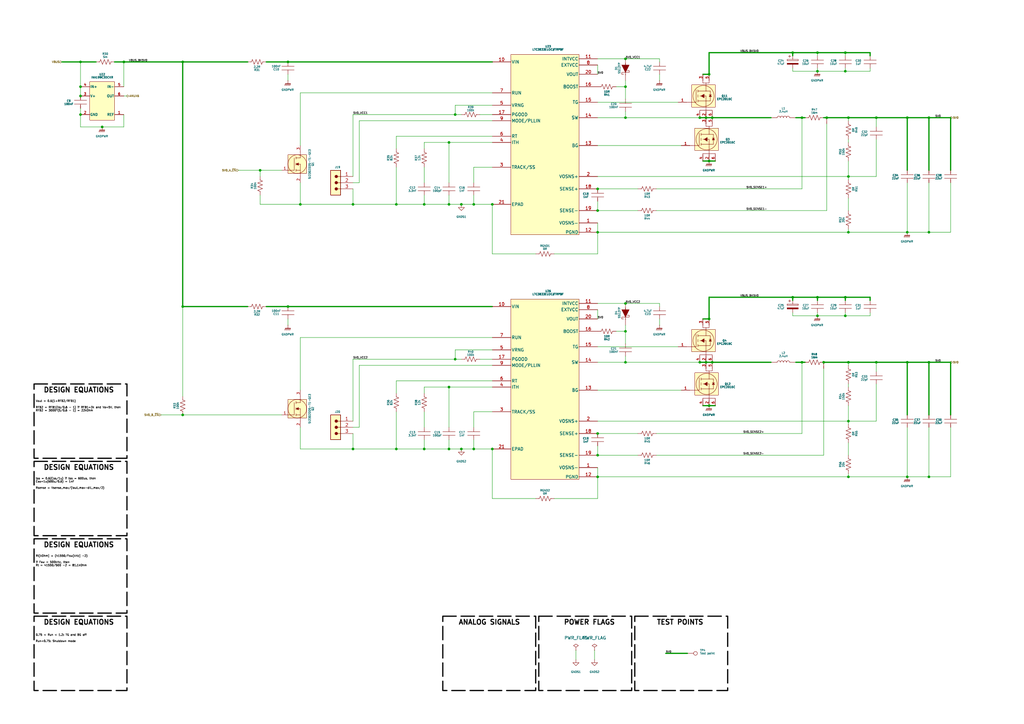
<source format=kicad_sch>
(kicad_sch (version 20231120) (generator "eeschema") (generator_version "8.0")
  (paper "A3")
  (title_block (title "Reliability Enhanced Electrical Power System") (date "2023-08-03") (rev "v0.0") (comment 1 "Davi Figueiredo <figueiredo.davi7@gmail.com> ") (comment 2 "João C. E. Barcellos <joaoclaudiobarcellos@gmail.com>") (comment 3 "Laura Debastiani <laudebastiani@gmail.com>"))
  (junction (at 287.02 48.26))
  (junction (at 33.02 39.37))
  (junction (at 184.15 184.15))
  (junction (at 287.02 148.59))
  (junction (at 381 48.26))
  (junction (at 33.02 25.4))
  (junction (at 346.71 21.59))
  (junction (at 372.11 195.58))
  (junction (at 381 95.25))
  (junction (at 372.11 148.59))
  (junction (at 74.93 25.4))
  (junction (at 184.15 158.75))
  (junction (at 74.93 125.73))
  (junction (at 144.78 184.15))
  (junction (at 173.99 83.82))
  (junction (at 144.78 83.82))
  (junction (at 162.56 83.82))
  (junction (at 118.11 25.4))
  (junction (at 245.11 195.58))
  (junction (at 290.83 30.48))
  (junction (at 41.91 52.07))
  (junction (at 346.71 121.92))
  (junction (at 184.15 58.42))
  (junction (at 256.54 148.59))
  (junction (at 50.8 25.4))
  (junction (at 118.11 125.73))
  (junction (at 245.11 177.8))
  (junction (at 347.98 95.25))
  (junction (at 245.11 86.36))
  (junction (at 245.11 77.47))
  (junction (at 194.31 184.15))
  (junction (at 381 148.59))
  (junction (at 245.11 186.69))
  (junction (at 184.15 83.82))
  (junction (at 335.28 121.92))
  (junction (at 292.1 148.59))
  (junction (at 325.12 121.92))
  (junction (at 194.31 83.82))
  (junction (at 289.56 148.59))
  (junction (at 290.83 130.81))
  (junction (at 335.28 29.21))
  (junction (at 372.11 95.25))
  (junction (at 359.41 148.59))
  (junction (at 173.99 184.15))
  (junction (at 337.82 148.59))
  (junction (at 347.98 195.58))
  (junction (at 346.71 29.21))
  (junction (at 256.54 124.46))
  (junction (at 347.98 48.26))
  (junction (at 328.93 48.26))
  (junction (at 339.09 48.26))
  (junction (at 33.02 35.56))
  (junction (at 74.93 170.18))
  (junction (at 359.41 48.26))
  (junction (at 292.1 48.26))
  (junction (at 335.28 21.59))
  (junction (at 201.93 83.82))
  (junction (at 372.11 48.26))
  (junction (at 325.12 21.59))
  (junction (at 335.28 129.54))
  (junction (at 381 195.58))
  (junction (at 201.93 184.15))
  (junction (at 290.83 66.04))
  (junction (at 346.71 129.54))
  (junction (at 347.98 148.59))
  (junction (at 189.23 184.15))
  (junction (at 186.69 147.32))
  (junction (at 256.54 135.89))
  (junction (at 289.56 48.26))
  (junction (at 123.19 83.82))
  (junction (at 106.68 69.85))
  (junction (at 328.93 148.59))
  (junction (at 256.54 35.56))
  (junction (at 256.54 48.26))
  (junction (at 290.83 166.37))
  (junction (at 245.11 95.25))
  (junction (at 347.98 72.39))
  (junction (at 33.02 46.99))
  (junction (at 186.69 46.99))
  (junction (at 162.56 184.15))
  (junction (at 189.23 83.82))
  (junction (at 256.54 24.13))
  (junction (at 347.98 172.72))
  (wire (pts (xy 346.71 29.21) (xy 356.87 29.21)))
  (wire (pts (xy 245.11 82.55) (xy 245.11 86.36)))
  (wire (pts (xy 359.41 172.72) (xy 347.98 172.72)))
  (wire (pts (xy 290.83 166.37) (xy 293.37 166.37)) (stroke (width 0.5)))
  (wire (pts (xy 347.98 148.59) (xy 347.98 149.86)))
  (wire (pts (xy 201.93 43.18) (xy 186.69 43.18)))
  (wire (pts (xy 245.11 59.69) (xy 279.4 59.69)))
  (wire (pts (xy 201.93 55.88) (xy 162.56 55.88)))
  (wire (pts (xy 50.8 39.37) (xy 52.07 39.37)))
  (wire (pts (xy 236.22 266.7) (xy 236.22 270.51)))
  (wire (pts (xy 245.11 160.02) (xy 279.4 160.02)))
  (wire (pts (xy 335.28 29.21) (xy 346.71 29.21)))
  (wire (pts (xy 337.82 148.59) (xy 347.98 148.59)) (stroke (width 0.5)))
  (wire (pts (xy 201.93 158.75) (xy 184.15 158.75)))
  (wire (pts (xy 245.11 95.25) (xy 347.98 95.25)))
  (wire (pts (xy 389.89 48.26) (xy 389.89 69.85)) (stroke (width 0.5)))
  (wire (pts (xy 287.02 48.26) (xy 289.56 48.26)) (stroke (width 0.5)))
  (wire (pts (xy 123.19 59.69) (xy 123.19 38.1)))
  (wire (pts (xy 356.87 27.94) (xy 356.87 29.21)))
  (wire (pts (xy 245.11 104.14) (xy 245.11 95.25)))
  (wire (pts (xy 256.54 133.35) (xy 256.54 135.89)))
  (wire (pts (xy 256.54 45.72) (xy 256.54 48.26)))
  (wire (pts (xy 147.32 149.86) (xy 147.32 175.26)))
  (wire (pts (xy 33.02 35.56) (xy 33.02 39.37)))
  (wire (pts (xy 194.31 180.34) (xy 194.31 184.15)))
  (wire (pts (xy 33.02 25.4) (xy 39.37 25.4)) (stroke (width 0.5)))
  (wire (pts (xy 347.98 72.39) (xy 347.98 73.66)))
  (wire (pts (xy 25.4 25.4) (xy 33.02 25.4)) (stroke (width 0.5)))
  (wire (pts (xy 346.71 27.94) (xy 346.71 29.21)))
  (wire (pts (xy 381 48.26) (xy 389.89 48.26)) (stroke (width 0.5)))
  (wire (pts (xy 325.12 128.27) (xy 325.12 129.54)))
  (wire (pts (xy 74.93 125.73) (xy 101.6 125.73)) (stroke (width 0.5)))
  (wire (pts (xy 347.98 81.28) (xy 347.98 86.36)))
  (wire (pts (xy 144.78 147.32) (xy 144.78 172.72)))
  (wire (pts (xy 346.71 128.27) (xy 346.71 129.54)))
  (wire (pts (xy 173.99 184.15) (xy 184.15 184.15)))
  (wire (pts (xy 289.56 48.26) (xy 292.1 48.26)) (stroke (width 0.5)))
  (wire (pts (xy 184.15 158.75) (xy 173.99 158.75)))
  (wire (pts (xy 162.56 68.58) (xy 162.56 83.82)))
  (wire (pts (xy 227.33 104.14) (xy 245.11 104.14)))
  (wire (pts (xy 144.78 46.99) (xy 186.69 46.99)))
  (wire (pts (xy 74.93 25.4) (xy 74.93 125.73)) (stroke (width 0.5)))
  (wire (pts (xy 359.41 148.59) (xy 372.11 148.59)) (stroke (width 0.5)))
  (wire (pts (xy 381 69.85) (xy 381 48.26)) (stroke (width 0.5)))
  (wire (pts (xy 287.02 148.59) (xy 289.56 148.59)) (stroke (width 0.5)))
  (wire (pts (xy 162.56 55.88) (xy 162.56 60.96)))
  (wire (pts (xy 356.87 121.92) (xy 356.87 123.19)) (stroke (width 0.5)))
  (wire (pts (xy 144.78 184.15) (xy 162.56 184.15)))
  (wire (pts (xy 144.78 77.47) (xy 144.78 83.82)))
  (wire (pts (xy 186.69 147.32) (xy 189.23 147.32)))
  (wire (pts (xy 147.32 175.26) (xy 144.78 175.26)))
  (wire (pts (xy 292.1 148.59) (xy 316.23 148.59)) (stroke (width 0.5)))
  (wire (pts (xy 245.11 191.77) (xy 245.11 195.58)))
  (wire (pts (xy 335.28 121.92) (xy 335.28 123.19)) (stroke (width 0.5)))
  (wire (pts (xy 256.54 124.46) (xy 270.51 124.46)))
  (wire (pts (xy 347.98 195.58) (xy 372.11 195.58)))
  (wire (pts (xy 270.51 25.4) (xy 270.51 24.13)))
  (wire (pts (xy 335.28 22.86) (xy 335.28 21.59)))
  (wire (pts (xy 184.15 180.34) (xy 184.15 184.15)))
  (wire (pts (xy 256.54 146.05) (xy 256.54 148.59)))
  (wire (pts (xy 162.56 168.91) (xy 162.56 184.15)))
  (wire (pts (xy 326.39 148.59) (xy 328.93 148.59)) (stroke (width 0.5)))
  (wire (pts (xy 201.93 143.51) (xy 186.69 143.51)))
  (wire (pts (xy 245.11 186.69) (xy 261.62 186.69)))
  (wire (pts (xy 144.78 74.93) (xy 147.32 74.93)))
  (wire (pts (xy 270.51 130.81) (xy 270.51 133.35)))
  (wire (pts (xy 245.11 77.47) (xy 261.62 77.47)))
  (wire (pts (xy 173.99 58.42) (xy 173.99 60.96)))
  (wire (pts (xy 356.87 21.59) (xy 356.87 22.86)) (stroke (width 0.5)))
  (wire (pts (xy 97.79 69.85) (xy 106.68 69.85)))
  (wire (pts (xy 245.11 142.24) (xy 278.13 142.24)))
  (wire (pts (xy 201.93 204.47) (xy 201.93 184.15)))
  (wire (pts (xy 184.15 58.42) (xy 173.99 58.42)))
  (wire (pts (xy 245.11 26.67) (xy 245.11 30.48)))
  (wire (pts (xy 123.19 74.93) (xy 123.19 83.82)))
  (wire (pts (xy 184.15 184.15) (xy 189.23 184.15)))
  (wire (pts (xy 347.98 95.25) (xy 372.11 95.25)))
  (wire (pts (xy 245.11 72.39) (xy 347.98 72.39)))
  (wire (pts (xy 356.87 21.59) (xy 346.71 21.59)) (stroke (width 0.5)))
  (wire (pts (xy 245.11 124.46) (xy 256.54 124.46)))
  (wire (pts (xy 106.68 69.85) (xy 115.57 69.85)))
  (wire (pts (xy 189.23 83.82) (xy 194.31 83.82)))
  (wire (pts (xy 288.29 130.81) (xy 290.83 130.81)) (stroke (width 0.5)))
  (wire (pts (xy 325.12 29.21) (xy 335.28 29.21)))
  (wire (pts (xy 118.11 130.81) (xy 118.11 133.35)))
  (wire (pts (xy 290.83 66.04) (xy 293.37 66.04)) (stroke (width 0.5)))
  (wire (pts (xy 186.69 46.99) (xy 189.23 46.99)))
  (wire (pts (xy 290.83 30.48) (xy 290.83 21.59)) (stroke (width 0.5)))
  (wire (pts (xy 347.98 172.72) (xy 347.98 173.99)))
  (wire (pts (xy 359.41 148.59) (xy 359.41 152.4)))
  (wire (pts (xy 194.31 184.15) (xy 201.93 184.15)))
  (wire (pts (xy 196.85 46.99) (xy 201.93 46.99)))
  (wire (pts (xy 381 74.93) (xy 381 95.25)))
  (wire (pts (xy 269.24 186.69) (xy 337.82 186.69)))
  (wire (pts (xy 173.99 180.34) (xy 173.99 184.15)))
  (wire (pts (xy 184.15 80.01) (xy 184.15 83.82)))
  (wire (pts (xy 184.15 58.42) (xy 184.15 74.93)))
  (wire (pts (xy 147.32 74.93) (xy 147.32 49.53)))
  (wire (pts (xy 372.11 48.26) (xy 372.11 69.85)) (stroke (width 0.5)))
  (wire (pts (xy 245.11 24.13) (xy 256.54 24.13)))
  (wire (pts (xy 147.32 149.86) (xy 201.93 149.86)))
  (wire (pts (xy 359.41 48.26) (xy 372.11 48.26)) (stroke (width 0.5)))
  (wire (pts (xy 33.02 25.4) (xy 33.02 35.56)))
  (wire (pts (xy 33.02 52.07) (xy 41.91 52.07)))
  (wire (pts (xy 347.98 48.26) (xy 347.98 49.53)))
  (wire (pts (xy 144.78 147.32) (xy 186.69 147.32)))
  (wire (pts (xy 273.05 267.97) (xy 281.94 267.97)) (stroke (width 0.5)))
  (wire (pts (xy 269.24 77.47) (xy 328.93 77.47)))
  (wire (pts (xy 184.15 83.82) (xy 189.23 83.82)))
  (wire (pts (xy 389.89 175.26) (xy 389.89 195.58)))
  (wire (pts (xy 74.93 125.73) (xy 74.93 162.56)))
  (wire (pts (xy 109.22 125.73) (xy 118.11 125.73)) (stroke (width 0.5)))
  (wire (pts (xy 325.12 121.92) (xy 325.12 123.19)) (stroke (width 0.5)))
  (wire (pts (xy 256.54 148.59) (xy 287.02 148.59)))
  (wire (pts (xy 219.71 204.47) (xy 201.93 204.47)))
  (wire (pts (xy 194.31 68.58) (xy 201.93 68.58)))
  (wire (pts (xy 74.93 170.18) (xy 115.57 170.18)))
  (wire (pts (xy 381 95.25) (xy 389.89 95.25)))
  (wire (pts (xy 328.93 177.8) (xy 328.93 148.59)))
  (wire (pts (xy 288.29 166.37) (xy 290.83 166.37)) (stroke (width 0.5)))
  (wire (pts (xy 372.11 148.59) (xy 381 148.59)) (stroke (width 0.5)))
  (wire (pts (xy 359.41 72.39) (xy 347.98 72.39)))
  (wire (pts (xy 201.93 156.21) (xy 162.56 156.21)))
  (wire (pts (xy 144.78 46.99) (xy 144.78 72.39)))
  (wire (pts (xy 290.83 121.92) (xy 325.12 121.92)) (stroke (width 0.5)))
  (wire (pts (xy 106.68 83.82) (xy 123.19 83.82)))
  (wire (pts (xy 50.8 25.4) (xy 74.93 25.4)) (stroke (width 0.5)))
  (wire (pts (xy 50.8 52.07) (xy 41.91 52.07)))
  (wire (pts (xy 372.11 95.25) (xy 381 95.25)))
  (wire (pts (xy 372.11 195.58) (xy 381 195.58)))
  (wire (pts (xy 118.11 30.48) (xy 118.11 33.02)))
  (wire (pts (xy 335.28 129.54) (xy 346.71 129.54)))
  (wire (pts (xy 66.04 170.18) (xy 74.93 170.18)))
  (wire (pts (xy 346.71 121.92) (xy 346.71 123.19)) (stroke (width 0.5)))
  (wire (pts (xy 288.29 66.04) (xy 290.83 66.04)) (stroke (width 0.5)))
  (wire (pts (xy 270.51 30.48) (xy 270.51 33.02)))
  (wire (pts (xy 245.11 86.36) (xy 261.62 86.36)))
  (wire (pts (xy 245.11 91.44) (xy 245.11 95.25)))
  (wire (pts (xy 123.19 175.26) (xy 123.19 184.15)))
  (wire (pts (xy 162.56 184.15) (xy 173.99 184.15)))
  (wire (pts (xy 328.93 48.26) (xy 330.2 48.26)) (stroke (width 0.5)))
  (wire (pts (xy 219.71 104.14) (xy 201.93 104.14)))
  (wire (pts (xy 347.98 166.37) (xy 347.98 172.72)))
  (wire (pts (xy 256.54 48.26) (xy 287.02 48.26)))
  (wire (pts (xy 346.71 121.92) (xy 356.87 121.92)) (stroke (width 0.5)))
  (wire (pts (xy 50.8 25.4) (xy 50.8 35.56)))
  (wire (pts (xy 123.19 138.43) (xy 201.93 138.43)))
  (wire (pts (xy 118.11 125.73) (xy 201.93 125.73)) (stroke (width 0.5)))
  (wire (pts (xy 381 195.58) (xy 389.89 195.58)))
  (wire (pts (xy 292.1 48.26) (xy 316.23 48.26)) (stroke (width 0.5)))
  (wire (pts (xy 196.85 147.32) (xy 201.93 147.32)))
  (wire (pts (xy 50.8 46.99) (xy 50.8 52.07)))
  (wire (pts (xy 245.11 48.26) (xy 256.54 48.26)))
  (wire (pts (xy 335.28 27.94) (xy 335.28 29.21)))
  (wire (pts (xy 33.02 46.99) (xy 33.02 52.07)))
  (wire (pts (xy 328.93 77.47) (xy 328.93 48.26)))
  (wire (pts (xy 337.82 48.26) (xy 339.09 48.26)) (stroke (width 0.5)))
  (wire (pts (xy 347.98 48.26) (xy 359.41 48.26)) (stroke (width 0.5)))
  (wire (pts (xy 144.78 177.8) (xy 144.78 184.15)))
  (wire (pts (xy 347.98 57.15) (xy 347.98 58.42)))
  (wire (pts (xy 256.54 35.56) (xy 256.54 40.64)))
  (wire (pts (xy 245.11 127) (xy 245.11 130.81)))
  (wire (pts (xy 173.99 83.82) (xy 184.15 83.82)))
  (wire (pts (xy 269.24 177.8) (xy 328.93 177.8)))
  (wire (pts (xy 245.11 177.8) (xy 261.62 177.8)))
  (wire (pts (xy 46.99 25.4) (xy 50.8 25.4)) (stroke (width 0.5)))
  (wire (pts (xy 245.11 41.91) (xy 278.13 41.91)))
  (wire (pts (xy 256.54 33.02) (xy 256.54 35.56)))
  (wire (pts (xy 194.31 74.93) (xy 194.31 68.58)))
  (wire (pts (xy 123.19 38.1) (xy 201.93 38.1)))
  (wire (pts (xy 106.68 69.85) (xy 106.68 72.39)))
  (wire (pts (xy 335.28 128.27) (xy 335.28 129.54)))
  (wire (pts (xy 252.73 135.89) (xy 256.54 135.89)))
  (wire (pts (xy 194.31 83.82) (xy 201.93 83.82)))
  (wire (pts (xy 109.22 25.4) (xy 118.11 25.4)) (stroke (width 0.5)))
  (wire (pts (xy 325.12 129.54) (xy 335.28 129.54)))
  (wire (pts (xy 347.98 93.98) (xy 347.98 95.25)))
  (wire (pts (xy 347.98 148.59) (xy 359.41 148.59)) (stroke (width 0.5)))
  (wire (pts (xy 162.56 156.21) (xy 162.56 161.29)))
  (wire (pts (xy 245.11 148.59) (xy 256.54 148.59)))
  (wire (pts (xy 290.83 21.59) (xy 325.12 21.59)) (stroke (width 0.5)))
  (wire (pts (xy 173.99 158.75) (xy 173.99 161.29)))
  (wire (pts (xy 325.12 121.92) (xy 335.28 121.92)) (stroke (width 0.5)))
  (wire (pts (xy 173.99 68.58) (xy 173.99 74.93)))
  (wire (pts (xy 356.87 128.27) (xy 356.87 129.54)))
  (wire (pts (xy 381 175.26) (xy 381 195.58)))
  (wire (pts (xy 162.56 83.82) (xy 173.99 83.82)))
  (wire (pts (xy 289.56 148.59) (xy 292.1 148.59)) (stroke (width 0.5)))
  (wire (pts (xy 243.84 266.7) (xy 243.84 270.51)))
  (wire (pts (xy 186.69 43.18) (xy 186.69 46.99)))
  (wire (pts (xy 347.98 181.61) (xy 347.98 186.69)))
  (wire (pts (xy 337.82 151.13) (xy 337.82 186.69)))
  (wire (pts (xy 290.83 130.81) (xy 290.83 121.92)) (stroke (width 0.5)))
  (wire (pts (xy 118.11 25.4) (xy 201.93 25.4)) (stroke (width 0.5)))
  (wire (pts (xy 194.31 168.91) (xy 201.93 168.91)))
  (wire (pts (xy 359.41 157.48) (xy 359.41 172.72)))
  (wire (pts (xy 270.51 125.73) (xy 270.51 124.46)))
  (wire (pts (xy 245.11 204.47) (xy 245.11 195.58)))
  (wire (pts (xy 389.89 148.59) (xy 389.89 170.18)) (stroke (width 0.5)))
  (wire (pts (xy 245.11 182.88) (xy 245.11 186.69)))
  (wire (pts (xy 359.41 57.15) (xy 359.41 72.39)))
  (wire (pts (xy 335.28 21.59) (xy 346.71 21.59)) (stroke (width 0.5)))
  (wire (pts (xy 326.39 48.26) (xy 328.93 48.26)) (stroke (width 0.5)))
  (wire (pts (xy 372.11 175.26) (xy 372.11 195.58)))
  (wire (pts (xy 184.15 158.75) (xy 184.15 175.26)))
  (wire (pts (xy 339.09 50.8) (xy 339.09 86.36)))
  (wire (pts (xy 372.11 74.93) (xy 372.11 95.25)))
  (wire (pts (xy 245.11 195.58) (xy 347.98 195.58)))
  (wire (pts (xy 227.33 204.47) (xy 245.11 204.47)))
  (wire (pts (xy 325.12 21.59) (xy 335.28 21.59)) (stroke (width 0.5)))
  (wire (pts (xy 325.12 27.94) (xy 325.12 29.21)))
  (wire (pts (xy 144.78 83.82) (xy 162.56 83.82)))
  (wire (pts (xy 288.29 30.48) (xy 290.83 30.48)) (stroke (width 0.5)))
  (wire (pts (xy 194.31 80.01) (xy 194.31 83.82)))
  (wire (pts (xy 123.19 83.82) (xy 144.78 83.82)))
  (wire (pts (xy 269.24 86.36) (xy 339.09 86.36)))
  (wire (pts (xy 381 170.18) (xy 381 148.59)) (stroke (width 0.5)))
  (wire (pts (xy 186.69 143.51) (xy 186.69 147.32)))
  (wire (pts (xy 123.19 184.15) (xy 144.78 184.15)))
  (wire (pts (xy 147.32 49.53) (xy 201.93 49.53)))
  (wire (pts (xy 339.09 48.26) (xy 347.98 48.26)) (stroke (width 0.5)))
  (wire (pts (xy 328.93 148.59) (xy 330.2 148.59)) (stroke (width 0.5)))
  (wire (pts (xy 201.93 58.42) (xy 184.15 58.42)))
  (wire (pts (xy 33.02 44.45) (xy 33.02 46.99)))
  (wire (pts (xy 381 148.59) (xy 389.89 148.59)) (stroke (width 0.5)))
  (wire (pts (xy 346.71 129.54) (xy 356.87 129.54)))
  (wire (pts (xy 359.41 48.26) (xy 359.41 52.07)))
  (wire (pts (xy 256.54 135.89) (xy 256.54 140.97)))
  (wire (pts (xy 372.11 148.59) (xy 372.11 170.18)) (stroke (width 0.5)))
  (wire (pts (xy 189.23 184.15) (xy 194.31 184.15)))
  (wire (pts (xy 325.12 21.59) (xy 325.12 22.86)) (stroke (width 0.5)))
  (wire (pts (xy 201.93 104.14) (xy 201.93 83.82)))
  (wire (pts (xy 252.73 35.56) (xy 256.54 35.56)))
  (wire (pts (xy 389.89 74.93) (xy 389.89 95.25)))
  (wire (pts (xy 372.11 48.26) (xy 381 48.26)) (stroke (width 0.5)))
  (wire (pts (xy 106.68 80.01) (xy 106.68 83.82)))
  (wire (pts (xy 245.11 172.72) (xy 347.98 172.72)))
  (wire (pts (xy 173.99 168.91) (xy 173.99 175.26)))
  (wire (pts (xy 256.54 24.13) (xy 270.51 24.13)))
  (wire (pts (xy 173.99 80.01) (xy 173.99 83.82)))
  (wire (pts (xy 347.98 66.04) (xy 347.98 72.39)))
  (wire (pts (xy 347.98 194.31) (xy 347.98 195.58)))
  (wire (pts (xy 335.28 121.92) (xy 346.71 121.92)) (stroke (width 0.5)))
  (wire (pts (xy 347.98 157.48) (xy 347.98 158.75)))
  (wire (pts (xy 123.19 160.02) (xy 123.19 138.43)))
  (wire (pts (xy 346.71 22.86) (xy 346.71 21.59)))
  (wire (pts (xy 194.31 175.26) (xy 194.31 168.91)))
  (wire (pts (xy 74.93 25.4) (xy 101.6 25.4)) (stroke (width 0.5)))
  (rectangle (start 220.98 252.73) (end 259.08 283.21) (stroke (width 0.5) (type dash) (color 0 0 0 1)))
  (rectangle (start 13.97 220.98) (end 52.07 251.46) (stroke (width 0.5) (type dash) (color 0 0 0 1)))
  (rectangle (start 181.61 252.73) (end 219.71 283.21) (stroke (width 0.5) (type dash) (color 0 0 0 1)))
  (rectangle (start 13.97 157.48) (end 52.07 187.96) (stroke (width 0.5) (type dash) (color 0 0 0 1)))
  (rectangle (start 13.97 252.73) (end 52.07 283.21) (stroke (width 0.5) (type dash) (color 0 0 0 1)))
  (rectangle (start 13.97 189.23) (end 52.07 219.71) (stroke (width 0.5) (type dash) (color 0 0 0 1)))
  (rectangle (start 260.35 252.73) (end 298.45 283.21) (stroke (width 0.5) (type dash) (color 0 0 0 1)))
  (text_box "0.75 < Run < 1.2: TG and BG off \n\nRun<0.75: Shutdown mode " (at 13.97 256.54 0) (size 38.1 10.16) (stroke (width -0.0001)) (effects (font (size 0.8 0.8)) (justify left)))
  (text_box "Vout = 0.6(1+RFB2/RFB1) \n\nRFB2 = RFB1(Vo/0.6 - 1) if RFB1=3k and Vo=5V, then \nRFB2 = 3000*(5/0.6 - 1) = 22kOhm " (at 13.97 161.29 0) (size 38.1 10.16) (stroke (width -0.0001)) (effects (font (size 0.8 0.8)) (justify left)))
  (text_box "tss = 0.6(Css/1u) if tss = 600us, then \nCss=1u(600u/0.6) = 1nF \n\nRsense = Vsense_max/(Iout_max-dIL_max/2) " (at 13.97 193.04 0) (size 38.1 10.16) (stroke (width -0.0001)) (effects (font (size 0.8 0.8)) (justify left)))
  (text_box "Rt[kOhm] = (41550/Fsw[kHz] -2) \n\nif Fsw = 500kHz, then \nRt = 41550/500 -2 = 81.1kOhm " (at 13.97 224.79 0) (size 38.1 10.16) (stroke (width -0.0001)) (effects (font (size 0.8 0.8)) (justify left)))
  (text "DESIGN EQUATIONS" (at 17.78 193.04 0) (effects (font (size 2 2) (thickness 0.4) (bold yes)) (justify left bottom)))
  (text "DESIGN EQUATIONS" (at 17.78 224.79 0) (effects (font (size 2 2) (thickness 0.4) (bold yes)) (justify left bottom)))
  (text "DESIGN EQUATIONS" (at 17.78 161.29 0) (effects (font (size 2 2) (thickness 0.4) (bold yes)) (justify left bottom)))
  (text "TEST POINTS" (at 269.24 256.54 0) (effects (font (size 2 2) (thickness 0.4) (bold yes)) (justify left bottom)))
  (text "ANALOG SIGNALS" (at 187.96 256.54 0) (effects (font (size 2 2) (thickness 0.4) (bold yes)) (justify left bottom)))
  (text "DESIGN EQUATIONS" (at 17.78 256.54 0) (effects (font (size 2 2) (thickness 0.4) (bold yes)) (justify left bottom)))
  (text "POWER FLAGS\n" (at 231.14 256.54 0) (effects (font (size 2 2) (thickness 0.4) (bold yes)) (justify left bottom)))
  (label "5V0_SENSE2+" (at 304.8 177.8 0) (effects (font (size 0.8 0.8))))
  (label "5V0" (at 383.54 48.26 0) (effects (font (size 0.8 0.8))))
  (label "5V0" (at 273.05 267.97 0) (effects (font (size 0.8 0.8))))
  (label "5V0" (at 245.11 130.81 0) (effects (font (size 0.8 0.8))))
  (label "5V0_VCC2" (at 144.78 147.32 0) (effects (font (size 0.8 0.8))))
  (label "5V0_SENSE1-" (at 306.07 86.36 0) (effects (font (size 0.8 0.8))))
  (label "5V0_SENSE2-" (at 304.8 186.69 0) (effects (font (size 0.8 0.8))))
  (label "5V0" (at 245.11 30.48 0) (effects (font (size 0.8 0.8))))
  (label "5V0_VCC1" (at 144.78 46.99 0) (effects (font (size 0.8 0.8))))
  (label "5V0_SENSE1+" (at 306.07 77.47 0) (effects (font (size 0.8 0.8))))
  (label "5V0" (at 383.54 148.59 0) (effects (font (size 0.8 0.8))))
  (label "VBUS_BK5V0" (at 52.832 25.4 0) (effects (font (size 0.8 0.8))))
  (label "VBUS_BK5V0" (at 303.53 21.59 0) (effects (font (size 0.8 0.8))))
  (label "5V0_VCC2" (at 256.54 124.46 0) (effects (font (size 0.8 0.8))))
  (label "5V0_VCC1" (at 256.54 24.13 0) (effects (font (size 0.8 0.8))))
  (label "VBUS_BK5V0" (at 303.53 121.92 0) (effects (font (size 0.8 0.8))))
  (hierarchical_label "AMUX6" (shape output) (at 52.07 39.37 0) (effects (font (size 0.8 0.8))))
  (hierarchical_label "5V0" (shape output) (at 389.89 48.26 0) (effects (font (size 0.8 0.8))))
  (hierarchical_label "5V0_A_~{EN}" (shape input) (at 97.79 69.85 180) (effects (font (size 0.8 0.8))))
  (hierarchical_label "VBUS" (shape input) (at 25.4 25.4 180) (effects (font (size 0.8 0.8))))
  (hierarchical_label "5V0" (shape output) (at 389.89 148.59 0) (effects (font (size 0.8 0.8))))
  (hierarchical_label "5V0_B_~{EN}" (shape input) (at 66.04 170.18 180) (effects (font (size 0.8 0.8))))
  (symbol (lib_id "GCM32ER71C226KE19L:GCM32ER71C226KE19L") (at 372.11 172.72 0) (unit 1)
    (property "Reference" "C35" (at 367.284 172.212 0) (effects (font (size 0.8 0.8))))
    (property "Value" "22uF" (at 367.284 173.482 0) (effects (font (size 0.8 0.8))))
    (property "Footprint" "footprints:CAP1210" (effects (hide yes)))
    (property "Datasheet" "https://www.murata.com/en-us/products/productdetail?partno=GCM32ER71C226KE19%23" (effects (hide yes)))
    (property "Description" "Capacitor, 22uF, 5%" (effects (hide yes)))
    (property "Manufacturer" "Murata" (effects (hide yes)))
    (property "Package" "SMD 1210" (effects (hide yes)))
    (property "MPN" "GCM32ER71C226KE19L" (effects (hide yes)))
    (instances (project "eps-re_project" (path "" (reference "C35") (unit 1))) (project "5V0_LoadConverter" (path "" (reference "C13") (unit 1))) (project "5V0_LoadConverter" (path "" (reference "C27") (unit 1))))
  )
  (symbol (lib_id "INA199C3DCKR:INA199C3DCKR") (at 20.32 54.61 0) (unit 1)
    (property "Reference" "U22" (at 41.91 30.48 0) (effects (font (size 0.8 0.8))))
    (property "Value" "INA199C3DCKR" (at 41.91 31.75 0) (effects (font (size 0.8 0.8))))
    (property "Footprint" "footprints:INA199C3DCKR" (effects (hide yes)))
    (property "Datasheet" "https://www.ti.com/lit/ds/symlink/ina199.pdf?HQS=dis-mous-null-mousermode-dsf-pf-null-wwe&ts=1699134415152" (effects (hide yes)))
    (property "Package" "SC70-6" (effects (hide yes)))
    (property "Manufacturer" "TI" (effects (hide yes)))
    (property "MPN" "INA199C3DCKR" (effects (hide yes)))
  )
  (symbol (lib_id "LTC3833EUDC#TRPBF:LTC3833EUDC#TRPBF") (at 196.85 128.27 0) (unit 1)
    (property "Reference" "U26" (at 224.79 119.38 0) (effects (font (size 0.8 0.8))))
    (property "Value" "LTC3833EUDC#TRPBF" (at 224.79 120.65 0) (effects (font (size 0.8 0.8))))
    (property "Footprint" "footprints:LTC3833EUDC#TRPBF" (effects (hide yes)))
    (property "Datasheet" "https://www.analog.com/media/en/technical-documentation/data-sheets/3833f.pdf" (effects (hide yes)))
    (property "MPN" "LTC3833EUDC#TRPBF" (effects (hide yes)))
    (property "Package" "QFN-20" (effects (hide yes)))
    (property "Manufacturer" "Analog Devices" (effects (hide yes)))
  )
  (symbol (lib_id "744325240:744325240") (at 308.61 48.26 0) (unit 1)
    (property "Reference" "L1" (at 321.31 44.45 0) (effects (font (size 0.8 0.8))))
    (property "Value" "2.4uH" (at 321.31 45.72 0) (effects (font (size 0.8 0.8))))
    (property "Footprint" "footprints:744325240" (effects (hide yes)))
    (property "Datasheet" "https://www.we-online.com/components/products/datasheet/744325240.pdf" (effects (hide yes)))
    (property "Manufacturer" "Wurth Elektronik" (effects (hide yes)))
    (property "MPN" "744325240" (effects (hide yes)))
    (property "Package" "Non-standard" (effects (hide yes)))
    (instances (project "eps-re_project" (path "" (reference "L1") (unit 1))) (project "5V0_LoadConverter" (path "" (reference "L1") (unit 1))) (project "5V0_LoadConverter" (path "" (reference "L2") (unit 1))))
  )
  (symbol (lib_id "C0603C104K5RACTU:C0603C104K5RACTU") (at 33.02 41.91 0) (unit 1)
    (property "Reference" "C9" (at 28.194 41.402 0) (effects (font (size 0.8 0.8))))
    (property "Value" "100nF" (at 28.194 42.672 0) (effects (font (size 0.8 0.8))))
    (property "Footprint" "footprints:CAP0603" (effects (hide yes)))
    (property "Datasheet" "https://br.mouser.com/datasheet/2/447/KEM_C1002_X7R_SMD-3316098.pdf" (effects (hide yes)))
    (property "Description" "Capacitor, 100nF, 5%" (effects (hide yes)))
    (property "Manufacturer" "KEMET" (effects (hide yes)))
    (property "MPN" "C0603C104K5RACTU" (effects (hide yes)))
    (property "Package" "SMD 0603" (effects (hide yes)))
    (instances (project "eps-re_project" (path "" (reference "C9") (unit 1))) (project "EPS Analogico" (path "" (reference "C1") (unit 1))))
  )
  (symbol (lib_id "T495X476K035ATE300:T495X476K035ATE300") (at 325.12 25.4 0) (unit 1)
    (property "Reference" "C24" (at 320.294 24.892 0) (effects (font (size 0.8 0.8))))
    (property "Value" "47uF" (at 320.294 26.162 0) (effects (font (size 0.8 0.8))))
    (property "Footprint" "footprints:CAP2917POL" (effects (hide yes)))
    (property "Datasheet" "https://content.kemet.com/datasheets/KEM_T2009_T495.pdf" (effects (hide yes)))
    (property "Description" "Tantalum capacitor, 47uF, 5%" (effects (hide yes)))
    (property "Manufacturer" "KEMET" (effects (hide yes)))
    (property "Package" "SMD 2917" (effects (hide yes)))
    (property "MPN" "T495X476K035ATE300" (effects (hide yes)))
  )
  (symbol (lib_id "JUMPER:JUMPER") (at 339.09 49.53 90) (unit 1)
    (property "Reference" "JP2" (effects (hide yes)))
    (property "Value" "N/A" (effects (hide yes)))
    (property "Footprint" "footprints:Jumper" (effects (hide yes)))
    (property "Datasheet" "N/A" (effects (hide yes)))
    (property "Description" "It's not a component, it's just a trick to give different names to the same NET" (effects (hide yes)))
    (property "MPN" "N/A" (effects (hide yes)))
    (property "Manufacturer" "N/A" (effects (hide yes)))
    (property "Package" "N/A" (effects (hide yes)))
  )
  (symbol (lib_id "GCM32ER71C226KE19L:GCM32ER71C226KE19L") (at 372.11 72.39 0) (unit 1)
    (property "Reference" "C34" (at 367.284 71.882 0) (effects (font (size 0.8 0.8))))
    (property "Value" "22uF" (at 367.284 73.152 0) (effects (font (size 0.8 0.8))))
    (property "Footprint" "footprints:CAP1210" (effects (hide yes)))
    (property "Datasheet" "https://www.murata.com/en-us/products/productdetail?partno=GCM32ER71C226KE19%23" (effects (hide yes)))
    (property "Description" "Capacitor, 22uF, 5%" (effects (hide yes)))
    (property "Manufacturer" "Murata" (effects (hide yes)))
    (property "Package" "SMD 1210" (effects (hide yes)))
    (property "MPN" "GCM32ER71C226KE19L" (effects (hide yes)))
    (instances (project "eps-re_project" (path "" (reference "C34") (unit 1))) (project "5V0_LoadConverter" (path "" (reference "C13") (unit 1))) (project "5V0_LoadConverter" (path "" (reference "C27") (unit 1))))
  )
  (symbol (lib_id "power:GNDPWR") (at 372.11 95.25 0) (unit 1)
    (property "Reference" "#PWR067" (effects (hide yes)))
    (property "Value" "GNDPWR" (at 371.983 99.06 0) (effects (font (size 0.8 0.8))))
    (property "Description" "Power symbol creates a global label with name \"GNDPWR\" , global ground" (effects (hide yes)))
  )
  (symbol (lib_id "power:GNDPWR") (at 290.83 66.04 0) (unit 1)
    (property "Reference" "#PWR062" (effects (hide yes)))
    (property "Value" "GNDPWR" (at 290.703 69.85 0) (effects (font (size 0.8 0.8))))
    (property "Description" "Power symbol creates a global label with name \"GNDPWR\" , global ground" (effects (hide yes)))
  )
  (symbol (lib_id "C0603C102F3GACTU:C0603C102F3GACTU") (at 194.31 77.47 0) (unit 1)
    (property "Reference" "C16" (at 189.484 76.962 0) (effects (font (size 0.8 0.8))))
    (property "Value" "1nF" (at 189.484 78.232 0) (effects (font (size 0.8 0.8))))
    (property "Footprint" "footprints:CAP0603" (effects (hide yes)))
    (property "Datasheet" "https://api.kemet.com/component-edge/download/datasheet/C0603C100J5GACAUTO.pdf" (effects (hide yes)))
    (property "Description" "Capacitor, 1nF, 5%" (effects (hide yes)))
    (property "Manufacturer" "KEMET" (effects (hide yes)))
    (property "Package" "SMD 0603" (effects (hide yes)))
    (property "MPN" "C0603C102F3GACTU" (effects (hide yes)))
    (instances (project "eps-re_project" (path "" (reference "C16") (unit 1))) (project "5V0_LoadConverter" (path "" (reference "C3") (unit 1))) (project "5V0_LoadConverter" (path "" (reference "C9") (unit 1))))
  )
  (symbol (lib_id "C1210C106K5RACTU:C1210C106K5RACTU") (at 335.28 25.4 0) (unit 1)
    (property "Reference" "C26" (at 330.454 24.892 0) (effects (font (size 0.8 0.8))))
    (property "Value" "10uF" (at 330.454 26.162 0) (effects (font (size 0.8 0.8))))
    (property "Footprint" "footprints:CAP1210" (effects (hide yes)))
    (property "Datasheet" "https://content.kemet.com/datasheets/KEM_C1002_X7R_SMD.pdf" (effects (hide yes)))
    (property "Description" "Capacitor, 10uF, 5%" (effects (hide yes)))
    (property "Manufacturer" "KEMET" (effects (hide yes)))
    (property "Package" "SMD 0603" (effects (hide yes)))
    (property "MPN" "C1210C106K5RACTU" (effects (hide yes)))
    (instances (project "eps-re_project" (path "" (reference "C26") (unit 1))) (project "5V0_LoadConverter" (path "" (reference "C9") (unit 1))) (project "5V0_LoadConverter" (path "" (reference "C19") (unit 1))))
  )
  (symbol (lib_id "CRCW060320K0FKEAHP:CRCW060320K0FKEAHP") (at 347.98 90.17 90) (unit 1)
    (property "Reference" "R52" (at 344.678 90.17 0) (effects (font (size 0.8 0.8))))
    (property "Value" "20k" (at 345.948 90.17 0) (effects (font (size 0.8 0.8))))
    (property "Footprint" "footprints:RES0603" (effects (hide yes)))
    (property "Datasheet" "https://www.vishay.com/docs/20043/crcwhpe3.pdf" (effects (hide yes)))
    (property "Description" "Resistor, 0.33W, 20k, 1%" (effects (hide yes)))
    (property "Manufacturer" "Vishay" (effects (hide yes)))
    (property "Package" "SMD 0603" (effects (hide yes)))
    (property "MPN" "CRCW060320K0FKEAHP" (effects (hide yes)))
    (instances (project "eps-re_project" (path "" (reference "R52") (unit 1))) (project "5V0_LoadConverter" (path "" (reference "R11") (unit 1))) (project "5V0_LoadConverter" (path "" (reference "R27") (unit 1))))
  )
  (symbol (lib_id "C0603C101J5GACAUTO:C0603C101J5GACAUTO") (at 184.15 177.8 0) (unit 1)
    (property "Reference" "C15" (at 179.324 177.292 0) (effects (font (size 0.8 0.8))))
    (property "Value" "100pF" (at 179.324 178.562 0) (effects (font (size 0.8 0.8))))
    (property "Footprint" "footprints:CAP0603" (effects (hide yes)))
    (property "Datasheet" "https://api.kemet.com/component-edge/download/datasheet/C0603C100J5GACAUTO.pdf" (effects (hide yes)))
    (property "Description" "Capacitor, 100pF, 5%" (effects (hide yes)))
    (property "Manufacturer" "KEMET" (effects (hide yes)))
    (property "Package" "SMD 0603" (effects (hide yes)))
    (property "MPN" "C0603C101J5GACAUTO" (effects (hide yes)))
    (instances (project "eps-re_project" (path "" (reference "C15") (unit 1))) (project "5V0_LoadConverter" (path "" (reference "C4") (unit 1))) (project "5V0_LoadConverter" (path "" (reference "C5") (unit 1))))
  )
  (symbol (lib_id "CRCW060310R0FKEAHP:CRCW060310R0FKEAHP") (at 265.43 186.69 180) (unit 1)
    (property "Reference" "R46" (at 265.43 189.992 0) (effects (font (size 0.8 0.8))))
    (property "Value" "10R" (at 265.43 188.722 0) (effects (font (size 0.8 0.8))))
    (property "Footprint" "footprints:RES0603" (effects (hide yes)))
    (property "Datasheet" "https://www.vishay.com/docs/20043/crcwhpe3.pdf" (effects (hide yes)))
    (property "Description" "Resistor, 0.33W, 10R, 1%" (effects (hide yes)))
    (property "Manufacturer" "Vishay" (effects (hide yes)))
    (property "MPN" "CRCW060310R0FKEAHP" (effects (hide yes)))
    (property "Package" "SMD 0603" (effects (hide yes)))
    (instances (project "eps-re_project" (path "" (reference "R46") (unit 1))) (project "5V0_LoadConverter" (path "" (reference "R6") (unit 1))) (project "5V0_LoadConverter" (path "" (reference "R13") (unit 1))))
  )
  (symbol (lib_id "C0603C104K5RACTU:C0603C104K5RACTU") (at 118.11 27.94 0) (mirror x) (unit 1)
    (property "Reference" "C10" (at 113.284 28.448 0) (effects (font (size 0.8 0.8))))
    (property "Value" "100nF" (at 113.284 27.178 0) (effects (font (size 0.8 0.8))))
    (property "Footprint" "footprints:CAP0603" (effects (hide yes)))
    (property "Datasheet" "https://br.mouser.com/datasheet/2/447/KEM_C1002_X7R_SMD-3316098.pdf" (effects (hide yes)))
    (property "Description" "Capacitor, 100nF, 5%" (effects (hide yes)))
    (property "Manufacturer" "KEMET" (effects (hide yes)))
    (property "MPN" "C0603C104K5RACTU" (effects (hide yes)))
    (property "Package" "SMD 0603" (effects (hide yes)))
    (instances (project "eps-re_project" (path "" (reference "C10") (unit 1))) (project "5V0_LoadConverter" (path "" (reference "C1") (unit 1))) (project "5V0_LoadConverter" (path "" (reference "C7") (unit 1))))
  )
  (symbol (lib_id "EPC2016C:EPC2016C") (at 280.67 59.69 0) (unit 1)
    (property "Reference" "Q3" (at 298.45 57.15 0) (effects (font (size 0.8 0.8))))
    (property "Value" "EPC2016C" (at 298.45 58.42 0) (effects (font (size 0.8 0.8))))
    (property "Footprint" "footprints:EPC2016C" (effects (hide yes)))
    (property "Datasheet" "https://epc-co.com/epc/Portals/0/epc/documents/datasheets/EPC2016C_datasheet.pdf" (effects (hide yes)))
    (property "MPN" "EPC2016C" (effects (hide yes)))
    (property "Manufacturer" "EPC" (effects (hide yes)))
    (property "Package" "Non-standard" (effects (hide yes)))
  )
  (symbol (lib_id "CRCW060382K0FKEA:CRCW060382K0FKEA") (at 162.56 64.77 90) (unit 1)
    (property "Reference" "R35" (at 159.258 64.77 0) (effects (font (size 0.8 0.8))))
    (property "Value" "82k" (at 160.528 64.77 0) (effects (font (size 0.8 0.8))))
    (property "Footprint" "footprints:RES0603" (effects (hide yes)))
    (property "Datasheet" "https://www.vishay.com/docs/20035/dcrcwe3.pdf" (effects (hide yes)))
    (property "Description" "Resistor, 0.1W, 82k, 1%" (effects (hide yes)))
    (property "MPN" "CRCW060382K0FKEA" (effects (hide yes)))
    (property "Package" "SMD 0603" (effects (hide yes)))
    (property "Manufacturer" "Vishay" (effects (hide yes)))
  )
  (symbol (lib_id "JUMPER:JUMPER") (at 337.82 149.86 90) (unit 1)
    (property "Reference" "JP1" (effects (hide yes)))
    (property "Value" "N/A" (effects (hide yes)))
    (property "Footprint" "footprints:Jumper" (effects (hide yes)))
    (property "Datasheet" "N/A" (effects (hide yes)))
    (property "Description" "It's not a component, it's just a trick to give different names to the same NET" (effects (hide yes)))
    (property "MPN" "N/A" (effects (hide yes)))
    (property "Manufacturer" "N/A" (effects (hide yes)))
    (property "Package" "N/A" (effects (hide yes)))
  )
  (symbol (lib_id "CRCW06032R20FKEAHP:CRCW06032R20FKEAHP") (at 105.41 125.73 180) (unit 1)
    (property "Reference" "R32" (at 105.41 129.032 0) (effects (font (size 0.8 0.8))))
    (property "Value" "2.2R" (at 105.41 127.762 0) (effects (font (size 0.8 0.8))))
    (property "Footprint" "footprints:RES0603" (effects (hide yes)))
    (property "Datasheet" "https://www.vishay.com/docs/20043/crcwhpe3.pdf" (effects (hide yes)))
    (property "Description" "Resistor, 0.33W, 2.2R, 1%" (effects (hide yes)))
    (property "MPN" "CRCW06032R20FKEAHP" (effects (hide yes)))
    (property "Package" "SMD 0603" (effects (hide yes)))
    (property "Manufacturer" "Vishay" (effects (hide yes)))
  )
  (symbol (lib_id "GNDS2:GNDS2") (at 189.23 184.15 0) (unit 1)
    (property "Reference" "#PWR055" (effects (hide yes)))
    (property "Value" "GNDS2" (at 189.23 189.23 0) (effects (font (size 0.8 0.8))))
    (property "Description" "Power symbol creates a global label with name \"GNDS\" , signal ground" (effects (hide yes)))
  )
  (symbol (lib_id "JUMPER_SMD:JUMPER_SMD") (at 144.78 172.72 0) (mirror y) (unit 1)
    (property "Reference" "J20" (at 138.43 168.91 0) (effects (font (size 0.8 0.8))))
    (property "Value" "N/A" (effects (hide yes)))
    (property "Footprint" "footprints:three_position_jumper" (effects (hide yes)))
    (property "Datasheet" "N/A" (effects (hide yes)))
    (property "Manufacturer" "N/A" (effects (hide yes)))
    (property "MPN" "N/A" (effects (hide yes)))
    (property "Package" "N/A" (effects (hide yes)))
    (property "Observations" "The resistor CRCW06030000Z0EAHP (SMD 0603) is connected between pins 1 and 2" (effects (hide yes)))
  )
  (symbol (lib_id "CRCW0603100KFKEAHP:CRCW0603100KFKEAHP") (at 74.93 166.37 90) (unit 1)
    (property "Reference" "R33" (at 71.628 166.37 0) (effects (font (size 0.8 0.8))))
    (property "Value" "100k" (at 72.898 166.37 0) (effects (font (size 0.8 0.8))))
    (property "Footprint" "footprints:RES0603" (effects (hide yes)))
    (property "Datasheet" "https://www.vishay.com/docs/20043/crcwhpe3.pdf" (effects (hide yes)))
    (property "Description" "Resistor, 0.33W, 100k, 1%" (effects (hide yes)))
    (property "Package" "SMD 0603" (effects (hide yes)))
    (property "Manufacturer" "Vishay" (effects (hide yes)))
    (property "MPN" "CRCW0603100KFKEAHP" (effects (hide yes)))
    (instances (project "eps-re_project" (path "" (reference "R33") (unit 1))) (project "5V0_LoadConverter" (path "" (reference "R5") (unit 1))) (project "5V0_LoadConverter" (path "" (reference "R3") (unit 1))))
  )
  (symbol (lib_id "EPC2016C:EPC2016C") (at 280.67 160.02 0) (unit 1)
    (property "Reference" "Q12" (at 298.45 157.48 0) (effects (font (size 0.8 0.8))))
    (property "Value" "EPC2016C" (at 298.45 158.75 0) (effects (font (size 0.8 0.8))))
    (property "Footprint" "footprints:EPC2016C" (effects (hide yes)))
    (property "Datasheet" "https://epc-co.com/epc/Portals/0/epc/documents/datasheets/EPC2016C_datasheet.pdf" (effects (hide yes)))
    (property "MPN" "EPC2016C" (effects (hide yes)))
    (property "Manufacturer" "EPC" (effects (hide yes)))
    (property "Package" "Non-standard" (effects (hide yes)))
  )
  (symbol (lib_id "power:GNDPWR") (at 290.83 166.37 0) (unit 1)
    (property "Reference" "#PWR059" (effects (hide yes)))
    (property "Value" "GNDPWR" (at 290.703 170.18 0) (effects (font (size 0.8 0.8))))
    (property "Description" "Power symbol creates a global label with name \"GNDPWR\" , global ground" (effects (hide yes)))
  )
  (symbol (lib_id "power:GNDPWR") (at 335.28 29.21 0) (unit 1)
    (property "Reference" "#PWR068" (effects (hide yes)))
    (property "Value" "GNDPWR" (at 335.153 33.02 0) (effects (font (size 0.8 0.8))))
    (property "Description" "Power symbol creates a global label with name \"GNDPWR\" , global ground" (effects (hide yes)))
  )
  (symbol (lib_id "WSL20105L000FEA:WSL20105L000FEA") (at 43.18 25.4 0) (unit 1)
    (property "Reference" "R30" (at 43.18 22.098 0) (effects (font (size 0.8 0.8))))
    (property "Value" "5m" (at 43.18 23.368 0) (effects (font (size 0.8 0.8))))
    (property "Footprint" "footprints:RES2010" (effects (hide yes)))
    (property "Datasheet" "https://www.vishay.com/docs/30100/wsl.pdf" (effects (hide yes)))
    (property "Description" "Current sense resistor, 0.5W, 0.005R, 1%" (effects (hide yes)))
    (property "MPN" "WSL20105L000FEA" (effects (hide yes)))
    (property "Package" "SMD 2010" (effects (hide yes)))
    (property "Manufacturer" "Vishay" (effects (hide yes)))
  )
  (symbol (lib_id "CRCW0603150KFKEAHP:CRCW0603150KFKEAHP") (at 347.98 62.23 90) (unit 1)
    (property "Reference" "R50" (at 344.678 62.23 0) (effects (font (size 0.8 0.8))))
    (property "Value" "150k" (at 345.948 62.23 0) (effects (font (size 0.8 0.8))))
    (property "Footprint" "footprints:RES0603" (effects (hide yes)))
    (property "Datasheet" "https://www.vishay.com/docs/20043/crcwhpe3.pdf" (effects (hide yes)))
    (property "Description" "Resistor, 0.33W, 150k, 1%" (effects (hide yes)))
    (property "MPN" "CRCW0603150KFKEAHP" (effects (hide yes)))
    (property "Package" "SMD 0603" (effects (hide yes)))
    (property "Manufacturer" "Vishay" (effects (hide yes)))
  )
  (symbol (lib_id "power:GNDPWR") (at 118.11 133.35 0) (unit 1)
    (property "Reference" "#PWR053" (effects (hide yes)))
    (property "Value" "GNDPWR" (at 117.983 137.16 0) (effects (font (size 0.8 0.8))))
    (property "Description" "Power symbol creates a global label with name \"GNDPWR\" , global ground" (effects (hide yes)))
  )
  (symbol (lib_id "power:GNDPWR") (at 335.28 129.54 0) (unit 1)
    (property "Reference" "#PWR065" (effects (hide yes)))
    (property "Value" "GNDPWR" (at 335.153 133.35 0) (effects (font (size 0.8 0.8))))
    (property "Description" "Power symbol creates a global label with name \"GNDPWR\" , global ground" (effects (hide yes)))
  )
  (symbol (lib_id "CRCW06030000Z0EAHP:CRCW06030000Z0EAHP") (at 223.52 204.47 0) (unit 1)
    (property "Reference" "RGND2" (at 223.52 201.168 0) (effects (font (size 0.8 0.8))))
    (property "Value" "0R" (at 223.52 202.438 0) (effects (font (size 0.8 0.8))))
    (property "Footprint" "footprints:RES0603" (effects (hide yes)))
    (property "Datasheet" "https://www.vishay.com/docs/20043/crcwhpe3.pdf" (effects (hide yes)))
    (property "Description" "Jumper, 0.33W, 0R, 1%" (effects (hide yes)))
    (property "MPN" "CRCW06030000Z0EAHP" (effects (hide yes)))
    (property "Manufacturer" "Vishay" (effects (hide yes)))
    (property "Package" "SMD 0603" (effects (hide yes)))
  )
  (symbol (lib_id "CRCW060312K0FKEAHP:CRCW060312K0FKEAHP") (at 173.99 165.1 90) (unit 1)
    (property "Reference" "R38" (at 170.688 165.1 0) (effects (font (size 0.8 0.8))))
    (property "Value" "12k" (at 171.958 165.1 0) (effects (font (size 0.8 0.8))))
    (property "Footprint" "footprints:RES0603" (effects (hide yes)))
    (property "Datasheet" "https://www.vishay.com/docs/20043/crcwhpe3.pdf" (effects (hide yes)))
    (property "Description" "Resistor, 0.33W, 12k, 1%" (effects (hide yes)))
    (property "Manufacturer" "Vishay" (effects (hide yes)))
    (property "Package" "SMD 0603" (effects (hide yes)))
    (property "MPN" "CRCW060312K0FKEAHP" (effects (hide yes)))
    (instances (project "eps-re_project" (path "" (reference "R38") (unit 1))) (project "5V0_LoadConverter" (path "" (reference "R2") (unit 1))) (project "5V0_LoadConverter" (path "" (reference "R7") (unit 1))))
  )
  (symbol (lib_id "CRCW06032R20FKEAHP:CRCW06032R20FKEAHP") (at 105.41 25.4 180) (unit 1)
    (property "Reference" "R31" (at 105.41 28.702 0) (effects (font (size 0.8 0.8))))
    (property "Value" "2.2R" (at 105.41 27.432 0) (effects (font (size 0.8 0.8))))
    (property "Footprint" "footprints:RES0603" (effects (hide yes)))
    (property "Datasheet" "https://www.vishay.com/docs/20043/crcwhpe3.pdf" (effects (hide yes)))
    (property "Description" "Resistor, 0.33W, 2.2R, 1%" (effects (hide yes)))
    (property "MPN" "CRCW06032R20FKEAHP" (effects (hide yes)))
    (property "Package" "SMD 0603" (effects (hide yes)))
    (property "Manufacturer" "Vishay" (effects (hide yes)))
  )
  (symbol (lib_id "CRCW0603100KFKEAHP:CRCW0603100KFKEAHP") (at 193.04 46.99 180) (unit 1)
    (property "Reference" "R39" (at 193.04 43.942 0) (effects (font (size 0.8 0.8))))
    (property "Value" "100k" (at 193.04 45.212 0) (effects (font (size 0.8 0.8))))
    (property "Footprint" "footprints:RES0603" (effects (hide yes)))
    (property "Datasheet" "https://www.vishay.com/docs/20043/crcwhpe3.pdf" (effects (hide yes)))
    (property "Description" "Resistor, 0.33W, 100k, 1%" (effects (hide yes)))
    (property "Package" "SMD 0603" (effects (hide yes)))
    (property "Manufacturer" "Vishay" (effects (hide yes)))
    (property "MPN" "CRCW0603100KFKEAHP" (effects (hide yes)))
    (instances (project "eps-re_project" (path "" (reference "R39") (unit 1))) (project "5V0_LoadConverter" (path "" (reference "R4") (unit 1))) (project "5V0_LoadConverter" (path "" (reference "R11") (unit 1))))
  )
  (symbol (lib_id "WSL2010R0160FEA:WSL2010R0160FEA") (at 334.01 48.26 0) (unit 1)
    (property "Reference" "R47" (at 334.01 44.958 0) (effects (font (size 0.8 0.8))))
    (property "Value" "16m" (at 334.01 46.228 0) (effects (font (size 0.8 0.8))))
    (property "Footprint" "footprints:RES2010" (effects (hide yes)))
    (property "Datasheet" "https://www.vishay.com/docs/30100/wsl.pdf" (effects (hide yes)))
    (property "Description" "Current sense resistor, 0.5W, 0.016R, 1%" (effects (hide yes)))
    (property "MPN" "WSL2010R0160FEA" (effects (hide yes)))
    (property "Package" "SMD 2010" (effects (hide yes)))
    (property "Manufacturer" "Vishay" (effects (hide yes)))
  )
  (symbol (lib_id "CRCW060382K0FKEA:CRCW060382K0FKEA") (at 162.56 165.1 90) (unit 1)
    (property "Reference" "R36" (at 159.258 165.1 0) (effects (font (size 0.8 0.8))))
    (property "Value" "82k" (at 160.528 165.1 0) (effects (font (size 0.8 0.8))))
    (property "Footprint" "footprints:RES0603" (effects (hide yes)))
    (property "Datasheet" "https://www.vishay.com/docs/20035/dcrcwe3.pdf" (effects (hide yes)))
    (property "Description" "Resistor, 0.1W, 82k, 1%" (effects (hide yes)))
    (property "MPN" "CRCW060382K0FKEA" (effects (hide yes)))
    (property "Package" "SMD 0603" (effects (hide yes)))
    (property "Manufacturer" "Vishay" (effects (hide yes)))
  )
  (symbol (lib_id "CRCW0603100KFKEAHP:CRCW0603100KFKEAHP") (at 193.04 147.32 180) (unit 1)
    (property "Reference" "R40" (at 193.04 144.272 0) (effects (font (size 0.8 0.8))))
    (property "Value" "100k" (at 193.04 145.542 0) (effects (font (size 0.8 0.8))))
    (property "Footprint" "footprints:RES0603" (effects (hide yes)))
    (property "Datasheet" "https://www.vishay.com/docs/20043/crcwhpe3.pdf" (effects (hide yes)))
    (property "Description" "Resistor, 0.33W, 100k, 1%" (effects (hide yes)))
    (property "Package" "SMD 0603" (effects (hide yes)))
    (property "Manufacturer" "Vishay" (effects (hide yes)))
    (property "MPN" "CRCW0603100KFKEAHP" (effects (hide yes)))
    (instances (project "eps-re_project" (path "" (reference "R40") (unit 1))) (project "5V0_LoadConverter" (path "" (reference "R4") (unit 1))) (project "5V0_LoadConverter" (path "" (reference "R11") (unit 1))))
  )
  (symbol (lib_id "GCM32ER71C226KE19L:GCM32ER71C226KE19L") (at 389.89 172.72 0) (unit 1)
    (property "Reference" "C39" (at 385.064 172.212 0) (effects (font (size 0.8 0.8))))
    (property "Value" "22uF" (at 385.064 173.482 0) (effects (font (size 0.8 0.8))))
    (property "Footprint" "footprints:CAP1210" (effects (hide yes)))
    (property "Datasheet" "https://www.murata.com/en-us/products/productdetail?partno=GCM32ER71C226KE19%23" (effects (hide yes)))
    (property "Description" "Capacitor, 22uF, 5%" (effects (hide yes)))
    (property "Manufacturer" "Murata" (effects (hide yes)))
    (property "Package" "SMD 1210" (effects (hide yes)))
    (property "MPN" "GCM32ER71C226KE19L" (effects (hide yes)))
    (instances (project "eps-re_project" (path "" (reference "C39") (unit 1))) (project "5V0_LoadConverter" (path "" (reference "C15") (unit 1))) (project "5V0_LoadConverter" (path "" (reference "C31") (unit 1))))
  )
  (symbol (lib_id "C0603C104K5RACTU:C0603C104K5RACTU") (at 256.54 143.51 0) (unit 1)
    (property "Reference" "C21" (at 251.714 143.002 0) (effects (font (size 0.8 0.8))))
    (property "Value" "100nF" (at 251.714 144.272 0) (effects (font (size 0.8 0.8))))
    (property "Footprint" "footprints:CAP0603" (effects (hide yes)))
    (property "Datasheet" "https://br.mouser.com/datasheet/2/447/KEM_C1002_X7R_SMD-3316098.pdf" (effects (hide yes)))
    (property "Description" "Capacitor, 100nF, 5%" (effects (hide yes)))
    (property "Manufacturer" "KEMET" (effects (hide yes)))
    (property "MPN" "C0603C104K5RACTU" (effects (hide yes)))
    (property "Package" "SMD 0603" (effects (hide yes)))
    (instances (project "eps-re_project" (path "" (reference "C21") (unit 1))) (project "5V0_LoadConverter" (path "" (reference "C7") (unit 1))) (project "5V0_LoadConverter" (path "" (reference "C13") (unit 1))))
  )
  (symbol (lib_id "WSL2010R0160FEA:WSL2010R0160FEA") (at 334.01 148.59 0) (unit 1)
    (property "Reference" "R48" (at 334.01 145.288 0) (effects (font (size 0.8 0.8))))
    (property "Value" "16m" (at 334.01 146.558 0) (effects (font (size 0.8 0.8))))
    (property "Footprint" "footprints:RES2010" (effects (hide yes)))
    (property "Datasheet" "https://www.vishay.com/docs/30100/wsl.pdf" (effects (hide yes)))
    (property "Description" "Current sense resistor, 0.5W, 0.016R, 1%" (effects (hide yes)))
    (property "MPN" "WSL2010R0160FEA" (effects (hide yes)))
    (property "Package" "SMD 2010" (effects (hide yes)))
    (property "Manufacturer" "Vishay" (effects (hide yes)))
  )
  (symbol (lib_id "power:GNDPWR") (at 372.11 195.58 0) (unit 1)
    (property "Reference" "#PWR064" (effects (hide yes)))
    (property "Value" "GNDPWR" (at 371.983 199.39 0) (effects (font (size 0.8 0.8))))
    (property "Description" "Power symbol creates a global label with name \"GNDPWR\" , global ground" (effects (hide yes)))
  )
  (symbol (lib_id "C0805C105K5RACTU:C0805C105K5RACTU") (at 356.87 25.4 0) (unit 1)
    (property "Reference" "C30" (at 352.044 24.892 0) (effects (font (size 0.8 0.8))))
    (property "Value" "1uF" (at 352.044 26.162 0) (effects (font (size 0.8 0.8))))
    (property "Footprint" "footprints:CAP0805" (effects (hide yes)))
    (property "Datasheet" "http://www.kemet.com/Lists/ProductCatalog/Attachments/53/KEM_C1002_X7R_SMD.pdf" (effects (hide yes)))
    (property "Description" "Capacitor, 1uF, 5%" (effects (hide yes)))
    (property "Package" "SMD 0805" (effects (hide yes)))
    (property "Manufacturer" "KEMET" (effects (hide yes)))
    (property "MPN" "C0805C105K5RACTU" (effects (hide yes)))
    (instances (project "eps-re_project" (path "" (reference "C30") (unit 1))) (project "5V0_LoadConverter" (path "" (reference "C11") (unit 1))) (project "5V0_LoadConverter" (path "" (reference "C23") (unit 1))))
  )
  (symbol (lib_id "C1210C106K5RACTU:C1210C106K5RACTU") (at 346.71 25.4 0) (unit 1)
    (property "Reference" "C28" (at 341.884 24.892 0) (effects (font (size 0.8 0.8))))
    (property "Value" "10uF" (at 341.884 26.162 0) (effects (font (size 0.8 0.8))))
    (property "Footprint" "footprints:CAP1210" (effects (hide yes)))
    (property "Datasheet" "https://content.kemet.com/datasheets/KEM_C1002_X7R_SMD.pdf" (effects (hide yes)))
    (property "Description" "Capacitor, 10uF, 5%" (effects (hide yes)))
    (property "Manufacturer" "KEMET" (effects (hide yes)))
    (property "Package" "SMD 0603" (effects (hide yes)))
    (property "MPN" "C1210C106K5RACTU" (effects (hide yes)))
    (instances (project "eps-re_project" (path "" (reference "C28") (unit 1))) (project "5V0_LoadConverter" (path "" (reference "C10") (unit 1))) (project "5V0_LoadConverter" (path "" (reference "C21") (unit 1))))
  )
  (symbol (lib_id "power:PWR_FLAG") (at 243.84 266.7 0) (unit 1)
    (property "Reference" "#FLG027" (effects (hide yes)))
    (property "Value" "PWR_FLAG" (at 243.84 261.62 0))
    (property "Description" "Special symbol for telling ERC where power comes from" (effects (hide yes)))
  )
  (symbol (lib_id "C0603C102F3GACTU:C0603C102F3GACTU") (at 245.11 180.34 0) (unit 1)
    (property "Reference" "C19" (at 240.284 179.832 0) (effects (font (size 0.8 0.8))))
    (property "Value" "1nF" (at 240.284 181.102 0) (effects (font (size 0.8 0.8))))
    (property "Footprint" "footprints:CAP0603" (effects (hide yes)))
    (property "Datasheet" "https://api.kemet.com/component-edge/download/datasheet/C0603C100J5GACAUTO.pdf" (effects (hide yes)))
    (property "Description" "Capacitor, 1nF, 5%" (effects (hide yes)))
    (property "Manufacturer" "KEMET" (effects (hide yes)))
    (property "Package" "SMD 0603" (effects (hide yes)))
    (property "MPN" "C0603C102F3GACTU" (effects (hide yes)))
    (instances (project "eps-re_project" (path "" (reference "C19") (unit 1))) (project "5V0_LoadConverter" (path "" (reference "C2") (unit 1))) (project "5V0_LoadConverter" (path "" (reference "C11") (unit 1))))
  )
  (symbol (lib_id "GNDS1:GNDS1") (at 189.23 83.82 0) (unit 1)
    (property "Reference" "#PWR052" (effects (hide yes)))
    (property "Value" "GNDS1" (at 189.23 88.9 0) (effects (font (size 0.8 0.8))))
    (property "Description" "Power symbol creates a global label with name \"GNDS\" , signal ground" (effects (hide yes)))
  )
  (symbol (lib_id "power:GNDPWR") (at 270.51 133.35 0) (unit 1)
    (property "Reference" "#PWR057" (effects (hide yes)))
    (property "Value" "GNDPWR" (at 270.383 137.16 0) (effects (font (size 0.8 0.8))))
    (property "Description" "Power symbol creates a global label with name \"GNDPWR\" , global ground" (effects (hide yes)))
  )
  (symbol (lib_id "C0603C332J5GACAUTO:C0603C332J5GACAUTO") (at 173.99 177.8 0) (unit 1)
    (property "Reference" "C13" (at 169.164 177.292 0) (effects (font (size 0.8 0.8))))
    (property "Value" "3.3nF" (at 169.164 178.562 0) (effects (font (size 0.8 0.8))))
    (property "Footprint" "footprints:CAP0603" (effects (hide yes)))
    (property "Datasheet" "https://api.kemet.com/component-edge/download/datasheet/C0603C100J5GACAUTO.pdf" (effects (hide yes)))
    (property "Description" "Capacitor, 3.3nF, 5%" (effects (hide yes)))
    (property "Manufacturer" "KEMET" (effects (hide yes)))
    (property "Package" "SMD 0603" (effects (hide yes)))
    (property "MPN" "C0603C332J5GACAUTO" (effects (hide yes)))
    (instances (project "eps-re_project" (path "" (reference "C13") (unit 1))) (project "5V0_LoadConverter" (path "" (reference "C5") (unit 1))) (project "5V0_LoadConverter" (path "" (reference "C3") (unit 1))))
  )
  (symbol (lib_id "SI2302DDS-T1-GE3:SI2302DDS-T1-GE3") (at 115.57 69.85 0) (unit 1)
    (property "Reference" "Q1" (at 128.27 67.31 90) (effects (font (size 0.8 0.8))))
    (property "Value" "SI2302DDS-T1-GE3" (at 127 67.31 90) (effects (font (size 0.8 0.8))))
    (property "Footprint" "footprints:SI2302DDS-T1-GE3" (effects (hide yes)))
    (property "Datasheet" "http://www.vishay.com/docs/63653/si2302dds.pdf" (effects (hide yes)))
    (property "Manufacturer" "Vishay" (effects (hide yes)))
    (property "MPN" "SI2302DDS-T1-GE3" (effects (hide yes)))
    (property "Package" "SOT-23-3 " (effects (hide yes)))
  )
  (symbol (lib_id "CRCW060310R0FKEAHP:CRCW060310R0FKEAHP") (at 248.92 135.89 180) (unit 1)
    (property "Reference" "R42" (at 248.92 139.192 0) (effects (font (size 0.8 0.8))))
    (property "Value" "10R" (at 248.92 137.922 0) (effects (font (size 0.8 0.8))))
    (property "Footprint" "footprints:RES0603" (effects (hide yes)))
    (property "Datasheet" "https://www.vishay.com/docs/20043/crcwhpe3.pdf" (effects (hide yes)))
    (property "Description" "Resistor, 0.33W, 10R, 1%" (effects (hide yes)))
    (property "Manufacturer" "Vishay" (effects (hide yes)))
    (property "MPN" "CRCW060310R0FKEAHP" (effects (hide yes)))
    (property "Package" "SMD 0603" (effects (hide yes)))
    (instances (project "eps-re_project" (path "" (reference "R42") (unit 1))) (project "5V0_LoadConverter" (path "" (reference "R6") (unit 1))) (project "5V0_LoadConverter" (path "" (reference "R13") (unit 1))))
  )
  (symbol (lib_id "EPC2016C:EPC2016C") (at 279.4 142.24 0) (unit 1)
    (property "Reference" "Q4" (at 297.18 139.7 0) (effects (font (size 0.8 0.8))))
    (property "Value" "EPC2016C" (at 297.18 140.97 0) (effects (font (size 0.8 0.8))))
    (property "Footprint" "footprints:EPC2016C" (effects (hide yes)))
    (property "Datasheet" "https://epc-co.com/epc/Portals/0/epc/documents/datasheets/EPC2016C_datasheet.pdf" (effects (hide yes)))
    (property "MPN" "EPC2016C" (effects (hide yes)))
    (property "Manufacturer" "EPC" (effects (hide yes)))
    (property "Package" "Non-standard" (effects (hide yes)))
  )
  (symbol (lib_id "TESTPOINT:TestPoint") (at 281.94 267.97 270) (unit 1)
    (property "Reference" "TP4" (at 287.02 266.7 90) (effects (font (size 0.8 0.8)) (justify left)))
    (property "Value" "Test point" (at 287.02 267.97 90) (effects (font (size 0.8 0.8)) (justify left)))
    (property "Footprint" "footprints:testpoint_smd" (effects (hide yes)))
    (property "Datasheet" "https://br.mouser.com/datasheet/2/181/S2761R-1291319.pdf" (effects (hide yes)))
    (property "MPN" "S2761-46R" (effects (hide yes)))
    (property "Package" "Non-standard" (effects (hide yes)))
    (property "Manufacturer" "Harwin" (effects (hide yes)))
  )
  (symbol (lib_id "CRCW06030000Z0EAHP:CRCW06030000Z0EAHP") (at 347.98 177.8 270) (unit 1)
    (property "Reference" "R55" (at 351.282 177.8 0) (effects (font (size 0.8 0.8))))
    (property "Value" "0R" (at 350.012 177.8 0) (effects (font (size 0.8 0.8))))
    (property "Footprint" "footprints:RES0603" (effects (hide yes)))
    (property "Datasheet" "https://www.vishay.com/docs/20043/crcwhpe3.pdf" (effects (hide yes)))
    (property "Description" "Jumper, 0.33W, 0R, 1%" (effects (hide yes)))
    (property "MPN" "CRCW06030000Z0EAHP" (effects (hide yes)))
    (property "Package" "SMD 0603" (effects (hide yes)))
    (property "Manufacturer" "Vishay" (effects (hide yes)))
  )
  (symbol (lib_id "744325240:744325240") (at 308.61 148.59 0) (unit 1)
    (property "Reference" "L2" (at 321.31 144.78 0) (effects (font (size 0.8 0.8))))
    (property "Value" "2.4uH" (at 321.31 146.05 0) (effects (font (size 0.8 0.8))))
    (property "Footprint" "footprints:744325240" (effects (hide yes)))
    (property "Datasheet" "https://www.we-online.com/components/products/datasheet/744325240.pdf" (effects (hide yes)))
    (property "Manufacturer" "Wurth Elektronik" (effects (hide yes)))
    (property "MPN" "744325240" (effects (hide yes)))
    (property "Package" "Non-standard" (effects (hide yes)))
    (instances (project "eps-re_project" (path "" (reference "L2") (unit 1))) (project "5V0_LoadConverter" (path "" (reference "L1") (unit 1))) (project "5V0_LoadConverter" (path "" (reference "L2") (unit 1))))
  )
  (symbol (lib_id "power:PWR_FLAG") (at 236.22 266.7 0) (unit 1)
    (property "Reference" "#FLG026" (effects (hide yes)))
    (property "Value" "PWR_FLAG" (at 236.22 261.62 0))
    (property "Description" "Special symbol for telling ERC where power comes from" (effects (hide yes)))
  )
  (symbol (lib_id "GCM32ER71H475KA55L:GCM32ER71H475KA55L") (at 270.51 27.94 0) (mirror x) (unit 1)
    (property "Reference" "C22" (at 265.684 28.448 0) (effects (font (size 0.8 0.8))))
    (property "Value" "4.7uF" (at 265.684 27.178 0) (effects (font (size 0.8 0.8))))
    (property "Footprint" "footprints:CAP1210" (effects (hide yes)))
    (property "Datasheet" "https://br.mouser.com/datasheet/2/281/1/GCM32ER71H475KA55_01A-3146523.pdf" (effects (hide yes)))
    (property "Description" "Capacitor, 4.7uF, 5%" (effects (hide yes)))
    (property "Package" "SMD 1210" (effects (hide yes)))
    (property "Manufacturer" "Murata" (effects (hide yes)))
    (property "MPN" "GCM32ER71H475KA55L" (effects (hide yes)))
    (instances (project "eps-re_project" (path "" (reference "C22") (unit 1))) (project "5V0_LoadConverter" (path "" (reference "C6") (unit 1))) (project "5V0_LoadConverter" (path "" (reference "C15") (unit 1))))
  )
  (symbol (lib_id "power:GNDPWR") (at 41.91 52.07 0) (unit 1)
    (property "Reference" "#PWR095" (effects (hide yes)))
    (property "Value" "GNDPWR" (at 41.783 55.88 0) (effects (font (size 0.8 0.8))))
    (property "Description" "Power symbol creates a global label with name \"GNDPWR\" , global ground" (effects (hide yes)))
  )
  (symbol (lib_id "CRCW06030000Z0EAHP:CRCW06030000Z0EAHP") (at 223.52 104.14 0) (unit 1)
    (property "Reference" "RGND1" (at 223.52 100.838 0) (effects (font (size 0.8 0.8))))
    (property "Value" "0R" (at 223.52 102.108 0) (effects (font (size 0.8 0.8))))
    (property "Footprint" "footprints:RES0603" (effects (hide yes)))
    (property "Datasheet" "https://www.vishay.com/docs/20043/crcwhpe3.pdf" (effects (hide yes)))
    (property "Description" "Jumper, 0.33W, 0R, 1%" (effects (hide yes)))
    (property "MPN" "CRCW06030000Z0EAHP" (effects (hide yes)))
    (property "Manufacturer" "Vishay" (effects (hide yes)))
    (property "Package" "SMD 0603" (effects (hide yes)))
  )
  (symbol (lib_id "C0603C102F3GACTU:C0603C102F3GACTU") (at 194.31 177.8 0) (unit 1)
    (property "Reference" "C17" (at 189.484 177.292 0) (effects (font (size 0.8 0.8))))
    (property "Value" "1nF" (at 189.484 178.562 0) (effects (font (size 0.8 0.8))))
    (property "Footprint" "footprints:CAP0603" (effects (hide yes)))
    (property "Datasheet" "https://api.kemet.com/component-edge/download/datasheet/C0603C100J5GACAUTO.pdf" (effects (hide yes)))
    (property "Description" "Capacitor, 1nF, 5%" (effects (hide yes)))
    (property "Manufacturer" "KEMET" (effects (hide yes)))
    (property "Package" "SMD 0603" (effects (hide yes)))
    (property "MPN" "C0603C102F3GACTU" (effects (hide yes)))
    (instances (project "eps-re_project" (path "" (reference "C17") (unit 1))) (project "5V0_LoadConverter" (path "" (reference "C3") (unit 1))) (project "5V0_LoadConverter" (path "" (reference "C9") (unit 1))))
  )
  (symbol (lib_id "GCM32ER71C226KE19L:GCM32ER71C226KE19L") (at 389.89 72.39 0) (unit 1)
    (property "Reference" "C38" (at 385.064 71.882 0) (effects (font (size 0.8 0.8))))
    (property "Value" "22uF" (at 385.064 73.152 0) (effects (font (size 0.8 0.8))))
    (property "Footprint" "footprints:CAP1210" (effects (hide yes)))
    (property "Datasheet" "https://www.murata.com/en-us/products/productdetail?partno=GCM32ER71C226KE19%23" (effects (hide yes)))
    (property "Description" "Capacitor, 22uF, 5%" (effects (hide yes)))
    (property "Manufacturer" "Murata" (effects (hide yes)))
    (property "Package" "SMD 1210" (effects (hide yes)))
    (property "MPN" "GCM32ER71C226KE19L" (effects (hide yes)))
    (instances (project "eps-re_project" (path "" (reference "C38") (unit 1))) (project "5V0_LoadConverter" (path "" (reference "C15") (unit 1))) (project "5V0_LoadConverter" (path "" (reference "C31") (unit 1))))
  )
  (symbol (lib_id "C0603C104K5RACTU:C0603C104K5RACTU") (at 256.54 43.18 0) (unit 1)
    (property "Reference" "C20" (at 251.714 42.672 0) (effects (font (size 0.8 0.8))))
    (property "Value" "100nF" (at 251.714 43.942 0) (effects (font (size 0.8 0.8))))
    (property "Footprint" "footprints:CAP0603" (effects (hide yes)))
    (property "Datasheet" "https://br.mouser.com/datasheet/2/447/KEM_C1002_X7R_SMD-3316098.pdf" (effects (hide yes)))
    (property "Description" "Capacitor, 100nF, 5%" (effects (hide yes)))
    (property "Manufacturer" "KEMET" (effects (hide yes)))
    (property "MPN" "C0603C104K5RACTU" (effects (hide yes)))
    (property "Package" "SMD 0603" (effects (hide yes)))
    (instances (project "eps-re_project" (path "" (reference "C20") (unit 1))) (project "5V0_LoadConverter" (path "" (reference "C7") (unit 1))) (project "5V0_LoadConverter" (path "" (reference "C13") (unit 1))))
  )
  (symbol (lib_id "C0603C104K5RACTU:C0603C104K5RACTU") (at 118.11 128.27 0) (mirror x) (unit 1)
    (property "Reference" "C11" (at 113.284 128.778 0) (effects (font (size 0.8 0.8))))
    (property "Value" "100nF" (at 113.284 127.508 0) (effects (font (size 0.8 0.8))))
    (property "Footprint" "footprints:CAP0603" (effects (hide yes)))
    (property "Datasheet" "https://br.mouser.com/datasheet/2/447/KEM_C1002_X7R_SMD-3316098.pdf" (effects (hide yes)))
    (property "Description" "Capacitor, 100nF, 5%" (effects (hide yes)))
    (property "Manufacturer" "KEMET" (effects (hide yes)))
    (property "MPN" "C0603C104K5RACTU" (effects (hide yes)))
    (property "Package" "SMD 0603" (effects (hide yes)))
    (instances (project "eps-re_project" (path "" (reference "C11") (unit 1))) (project "5V0_LoadConverter" (path "" (reference "C1") (unit 1))) (project "5V0_LoadConverter" (path "" (reference "C7") (unit 1))))
  )
  (symbol (lib_id "SS12FP:SS12FP") (at 256.54 39.37 90) (unit 1)
    (property "Reference" "D1" (at 252.73 27.94 0) (effects (font (size 0.8 0.8))))
    (property "Value" "SS12FP" (at 254 27.94 0) (effects (font (size 0.8 0.8))))
    (property "Footprint" "footprints:SS12FP" (effects (hide yes)))
    (property "Datasheet" "http://www.onsemi.com/pub/Collateral/S110FP-D.pdf" (effects (hide yes)))
    (property "Package" "SOD-123HE-2" (effects (hide yes)))
    (property "Manufacturer" "onsemi" (effects (hide yes)))
    (property "MPN" "SS12FP" (effects (hide yes)))
  )
  (symbol (lib_id "SI2302DDS-T1-GE3:SI2302DDS-T1-GE3") (at 115.57 170.18 0) (unit 1)
    (property "Reference" "Q2" (at 128.27 167.64 90) (effects (font (size 0.8 0.8))))
    (property "Value" "SI2302DDS-T1-GE3" (at 127 167.64 90) (effects (font (size 0.8 0.8))))
    (property "Footprint" "footprints:SI2302DDS-T1-GE3" (effects (hide yes)))
    (property "Datasheet" "http://www.vishay.com/docs/63653/si2302dds.pdf" (effects (hide yes)))
    (property "Manufacturer" "Vishay" (effects (hide yes)))
    (property "MPN" "SI2302DDS-T1-GE3" (effects (hide yes)))
    (property "Package" "SOT-23-3 " (effects (hide yes)))
  )
  (symbol (lib_id "power:GNDPWR") (at 270.51 33.02 0) (unit 1)
    (property "Reference" "#PWR069" (effects (hide yes)))
    (property "Value" "GNDPWR" (at 270.383 36.83 0) (effects (font (size 0.8 0.8))))
    (property "Description" "Power symbol creates a global label with name \"GNDPWR\" , global ground" (effects (hide yes)))
  )
  (symbol (lib_id "C0603C220K5RACAUTO:C0603C220K5RACAUTO") (at 359.41 54.61 0) (unit 1)
    (property "Reference" "C32" (at 354.584 54.102 0) (effects (font (size 0.8 0.8))))
    (property "Value" "22pF" (at 354.584 55.372 0) (effects (font (size 0.8 0.8))))
    (property "Footprint" "footprints:CAP0603" (effects (hide yes)))
    (property "Datasheet" "https://api.kemet.com/component-edge/download/datasheet/C0603C100J5GACAUTO.pdf" (effects (hide yes)))
    (property "Description" "Capacitor, 22pF, 5%" (effects (hide yes)))
    (property "Manufacturer" "KEMET" (effects (hide yes)))
    (property "Package" "SMD 0603" (effects (hide yes)))
    (property "MPN" "C0603C220K5RACAUTO" (effects (hide yes)))
    (instances (project "eps-re_project" (path "" (reference "C32") (unit 1))) (project "5V0_LoadConverter" (path "" (reference "C12") (unit 1))) (project "5V0_LoadConverter" (path "" (reference "C25") (unit 1))))
  )
  (symbol (lib_id "CRCW060310R0FKEAHP:CRCW060310R0FKEAHP") (at 265.43 86.36 180) (unit 1)
    (property "Reference" "R44" (at 265.43 89.662 0) (effects (font (size 0.8 0.8))))
    (property "Value" "10R" (at 265.43 88.392 0) (effects (font (size 0.8 0.8))))
    (property "Footprint" "footprints:RES0603" (effects (hide yes)))
    (property "Datasheet" "https://www.vishay.com/docs/20043/crcwhpe3.pdf" (effects (hide yes)))
    (property "Description" "Resistor, 0.33W, 10R, 1%" (effects (hide yes)))
    (property "Manufacturer" "Vishay" (effects (hide yes)))
    (property "MPN" "CRCW060310R0FKEAHP" (effects (hide yes)))
    (property "Package" "SMD 0603" (effects (hide yes)))
    (instances (project "eps-re_project" (path "" (reference "R44") (unit 1))) (project "5V0_LoadConverter" (path "" (reference "R6") (unit 1))) (project "5V0_LoadConverter" (path "" (reference "R13") (unit 1))))
  )
  (symbol (lib_id "T495X476K035ATE300:T495X476K035ATE300") (at 325.12 125.73 0) (unit 1)
    (property "Reference" "C25" (at 320.294 125.222 0) (effects (font (size 0.8 0.8))))
    (property "Value" "47uF" (at 320.294 126.492 0) (effects (font (size 0.8 0.8))))
    (property "Footprint" "footprints:CAP2917POL" (effects (hide yes)))
    (property "Datasheet" "https://content.kemet.com/datasheets/KEM_T2009_T495.pdf" (effects (hide yes)))
    (property "Description" "Tantalum capacitor, 47uF, 5%" (effects (hide yes)))
    (property "Manufacturer" "KEMET" (effects (hide yes)))
    (property "Package" "SMD 2917" (effects (hide yes)))
    (property "MPN" "T495X476K035ATE300" (effects (hide yes)))
  )
  (symbol (lib_id "C0603C220K5RACAUTO:C0603C220K5RACAUTO") (at 359.41 154.94 0) (unit 1)
    (property "Reference" "C33" (at 354.584 154.432 0) (effects (font (size 0.8 0.8))))
    (property "Value" "22pF" (at 354.584 155.702 0) (effects (font (size 0.8 0.8))))
    (property "Footprint" "footprints:CAP0603" (effects (hide yes)))
    (property "Datasheet" "https://api.kemet.com/component-edge/download/datasheet/C0603C100J5GACAUTO.pdf" (effects (hide yes)))
    (property "Description" "Capacitor, 22pF, 5%" (effects (hide yes)))
    (property "Manufacturer" "KEMET" (effects (hide yes)))
    (property "Package" "SMD 0603" (effects (hide yes)))
    (property "MPN" "C0603C220K5RACAUTO" (effects (hide yes)))
    (instances (project "eps-re_project" (path "" (reference "C33") (unit 1))) (project "5V0_LoadConverter" (path "" (reference "C12") (unit 1))) (project "5V0_LoadConverter" (path "" (reference "C25") (unit 1))))
  )
  (symbol (lib_id "GCM32ER71C226KE19L:GCM32ER71C226KE19L") (at 381 72.39 0) (unit 1)
    (property "Reference" "C36" (at 376.174 71.882 0) (effects (font (size 0.8 0.8))))
    (property "Value" "22uF" (at 376.174 73.152 0) (effects (font (size 0.8 0.8))))
    (property "Footprint" "footprints:CAP1210" (effects (hide yes)))
    (property "Datasheet" "https://www.murata.com/en-us/products/productdetail?partno=GCM32ER71C226KE19%23" (effects (hide yes)))
    (property "Description" "Capacitor, 22uF, 5%" (effects (hide yes)))
    (property "Manufacturer" "Murata" (effects (hide yes)))
    (property "Package" "SMD 1210" (effects (hide yes)))
    (property "MPN" "GCM32ER71C226KE19L" (effects (hide yes)))
    (instances (project "eps-re_project" (path "" (reference "C36") (unit 1))) (project "5V0_LoadConverter" (path "" (reference "C14") (unit 1))) (project "5V0_LoadConverter" (path "" (reference "C29") (unit 1))))
  )
  (symbol (lib_id "LTC3833EUDC#TRPBF:LTC3833EUDC#TRPBF") (at 196.85 27.94 0) (unit 1)
    (property "Reference" "U23" (at 224.79 19.05 0) (effects (font (size 0.8 0.8))))
    (property "Value" "LTC3833EUDC#TRPBF" (at 224.79 20.32 0) (effects (font (size 0.8 0.8))))
    (property "Footprint" "footprints:LTC3833EUDC#TRPBF" (effects (hide yes)))
    (property "Datasheet" "https://www.analog.com/media/en/technical-documentation/data-sheets/3833f.pdf" (effects (hide yes)))
    (property "MPN" "LTC3833EUDC#TRPBF" (effects (hide yes)))
    (property "Package" "QFN-20" (effects (hide yes)))
    (property "Manufacturer" "Analog Devices" (effects (hide yes)))
  )
  (symbol (lib_id "CRCW0603150KFKEAHP:CRCW0603150KFKEAHP") (at 347.98 162.56 90) (unit 1)
    (property "Reference" "R54" (at 344.678 162.56 0) (effects (font (size 0.8 0.8))))
    (property "Value" "150k" (at 345.948 162.56 0) (effects (font (size 0.8 0.8))))
    (property "Footprint" "footprints:RES0603" (effects (hide yes)))
    (property "Datasheet" "https://www.vishay.com/docs/20043/crcwhpe3.pdf" (effects (hide yes)))
    (property "Description" "Resistor, 0.33W, 150k, 1%" (effects (hide yes)))
    (property "MPN" "CRCW0603150KFKEAHP" (effects (hide yes)))
    (property "Package" "SMD 0603" (effects (hide yes)))
    (property "Manufacturer" "Vishay" (effects (hide yes)))
  )
  (symbol (lib_id "CRCW06030000Z0EAHP:CRCW06030000Z0EAHP") (at 347.98 53.34 270) (unit 1)
    (property "Reference" "R49" (at 351.282 53.34 0) (effects (font (size 0.8 0.8))))
    (property "Value" "0R" (at 350.012 53.34 0) (effects (font (size 0.8 0.8))))
    (property "Footprint" "footprints:RES0603" (effects (hide yes)))
    (property "Datasheet" "https://www.vishay.com/docs/20043/crcwhpe3.pdf" (effects (hide yes)))
    (property "Description" "Jumper, 0.33W, 0R, 1%" (effects (hide yes)))
    (property "MPN" "CRCW06030000Z0EAHP" (effects (hide yes)))
    (property "Package" "SMD 0603" (effects (hide yes)))
    (property "Manufacturer" "Vishay" (effects (hide yes)))
  )
  (symbol (lib_id "C0603C101J5GACAUTO:C0603C101J5GACAUTO") (at 184.15 77.47 0) (unit 1)
    (property "Reference" "C14" (at 179.324 76.962 0) (effects (font (size 0.8 0.8))))
    (property "Value" "100pF" (at 179.324 78.232 0) (effects (font (size 0.8 0.8))))
    (property "Footprint" "footprints:CAP0603" (effects (hide yes)))
    (property "Datasheet" "https://api.kemet.com/component-edge/download/datasheet/C0603C100J5GACAUTO.pdf" (effects (hide yes)))
    (property "Description" "Capacitor, 100pF, 5%" (effects (hide yes)))
    (property "Manufacturer" "KEMET" (effects (hide yes)))
    (property "Package" "SMD 0603" (effects (hide yes)))
    (property "MPN" "C0603C101J5GACAUTO" (effects (hide yes)))
    (instances (project "eps-re_project" (path "" (reference "C14") (unit 1))) (project "5V0_LoadConverter" (path "" (reference "C4") (unit 1))) (project "5V0_LoadConverter" (path "" (reference "C5") (unit 1))))
  )
  (symbol (lib_id "C0603C332J5GACAUTO:C0603C332J5GACAUTO") (at 173.99 77.47 0) (unit 1)
    (property "Reference" "C12" (at 169.164 76.962 0) (effects (font (size 0.8 0.8))))
    (property "Value" "3.3nF" (at 169.164 78.232 0) (effects (font (size 0.8 0.8))))
    (property "Footprint" "footprints:CAP0603" (effects (hide yes)))
    (property "Datasheet" "https://api.kemet.com/component-edge/download/datasheet/C0603C100J5GACAUTO.pdf" (effects (hide yes)))
    (property "Description" "Capacitor, 3.3nF, 5%" (effects (hide yes)))
    (property "Manufacturer" "KEMET" (effects (hide yes)))
    (property "Package" "SMD 0603" (effects (hide yes)))
    (property "MPN" "C0603C332J5GACAUTO" (effects (hide yes)))
    (instances (project "eps-re_project" (path "" (reference "C12") (unit 1))) (project "5V0_LoadConverter" (path "" (reference "C5") (unit 1))) (project "5V0_LoadConverter" (path "" (reference "C3") (unit 1))))
  )
  (symbol (lib_id "CRCW060310R0FKEAHP:CRCW060310R0FKEAHP") (at 265.43 77.47 180) (unit 1)
    (property "Reference" "R43" (at 265.43 80.772 0) (effects (font (size 0.8 0.8))))
    (property "Value" "10R" (at 265.43 79.502 0) (effects (font (size 0.8 0.8))))
    (property "Footprint" "footprints:RES0603" (effects (hide yes)))
    (property "Datasheet" "https://www.vishay.com/docs/20043/crcwhpe3.pdf" (effects (hide yes)))
    (property "Description" "Resistor, 0.33W, 10R, 1%" (effects (hide yes)))
    (property "Manufacturer" "Vishay" (effects (hide yes)))
    (property "MPN" "CRCW060310R0FKEAHP" (effects (hide yes)))
    (property "Package" "SMD 0603" (effects (hide yes)))
    (instances (project "eps-re_project" (path "" (reference "R43") (unit 1))) (project "5V0_LoadConverter" (path "" (reference "R6") (unit 1))) (project "5V0_LoadConverter" (path "" (reference "R13") (unit 1))))
  )
  (symbol (lib_id "JUMPER_SMD:JUMPER_SMD") (at 144.78 72.39 0) (mirror y) (unit 1)
    (property "Reference" "J19" (at 138.43 68.58 0) (effects (font (size 0.8 0.8))))
    (property "Value" "N/A" (effects (hide yes)))
    (property "Footprint" "footprints:three_position_jumper" (effects (hide yes)))
    (property "Datasheet" "N/A" (effects (hide yes)))
    (property "Manufacturer" "N/A" (effects (hide yes)))
    (property "MPN" "N/A" (effects (hide yes)))
    (property "Package" "N/A" (effects (hide yes)))
    (property "Observations" "The resistor CRCW06030000Z0EAHP (SMD 0603) is connected between pins 1 and 2" (effects (hide yes)))
  )
  (symbol (lib_id "CRCW060310R0FKEAHP:CRCW060310R0FKEAHP") (at 265.43 177.8 180) (unit 1)
    (property "Reference" "R45" (at 265.43 181.102 0) (effects (font (size 0.8 0.8))))
    (property "Value" "10R" (at 265.43 179.832 0) (effects (font (size 0.8 0.8))))
    (property "Footprint" "footprints:RES0603" (effects (hide yes)))
    (property "Datasheet" "https://www.vishay.com/docs/20043/crcwhpe3.pdf" (effects (hide yes)))
    (property "Description" "Resistor, 0.33W, 10R, 1%" (effects (hide yes)))
    (property "Manufacturer" "Vishay" (effects (hide yes)))
    (property "MPN" "CRCW060310R0FKEAHP" (effects (hide yes)))
    (property "Package" "SMD 0603" (effects (hide yes)))
    (instances (project "eps-re_project" (path "" (reference "R45") (unit 1))) (project "5V0_LoadConverter" (path "" (reference "R6") (unit 1))) (project "5V0_LoadConverter" (path "" (reference "R13") (unit 1))))
  )
  (symbol (lib_id "CRCW060310R0FKEAHP:CRCW060310R0FKEAHP") (at 248.92 35.56 180) (unit 1)
    (property "Reference" "R41" (at 248.92 38.862 0) (effects (font (size 0.8 0.8))))
    (property "Value" "10R" (at 248.92 37.592 0) (effects (font (size 0.8 0.8))))
    (property "Footprint" "footprints:RES0603" (effects (hide yes)))
    (property "Datasheet" "https://www.vishay.com/docs/20043/crcwhpe3.pdf" (effects (hide yes)))
    (property "Description" "Resistor, 0.33W, 10R, 1%" (effects (hide yes)))
    (property "Manufacturer" "Vishay" (effects (hide yes)))
    (property "MPN" "CRCW060310R0FKEAHP" (effects (hide yes)))
    (property "Package" "SMD 0603" (effects (hide yes)))
    (instances (project "eps-re_project" (path "" (reference "R41") (unit 1))) (project "5V0_LoadConverter" (path "" (reference "R6") (unit 1))) (project "5V0_LoadConverter" (path "" (reference "R13") (unit 1))))
  )
  (symbol (lib_id "C1210C106K5RACTU:C1210C106K5RACTU") (at 335.28 125.73 0) (unit 1)
    (property "Reference" "C27" (at 330.454 125.222 0) (effects (font (size 0.8 0.8))))
    (property "Value" "10uF" (at 330.454 126.492 0) (effects (font (size 0.8 0.8))))
    (property "Footprint" "footprints:CAP1210" (effects (hide yes)))
    (property "Datasheet" "https://content.kemet.com/datasheets/KEM_C1002_X7R_SMD.pdf" (effects (hide yes)))
    (property "Description" "Capacitor, 10uF, 5%" (effects (hide yes)))
    (property "Manufacturer" "KEMET" (effects (hide yes)))
    (property "Package" "SMD 0603" (effects (hide yes)))
    (property "MPN" "C1210C106K5RACTU" (effects (hide yes)))
    (instances (project "eps-re_project" (path "" (reference "C27") (unit 1))) (project "5V0_LoadConverter" (path "" (reference "C9") (unit 1))) (project "5V0_LoadConverter" (path "" (reference "C19") (unit 1))))
  )
  (symbol (lib_id "C0603C102F3GACTU:C0603C102F3GACTU") (at 245.11 80.01 0) (unit 1)
    (property "Reference" "C18" (at 240.284 79.502 0) (effects (font (size 0.8 0.8))))
    (property "Value" "1nF" (at 240.284 80.772 0) (effects (font (size 0.8 0.8))))
    (property "Footprint" "footprints:CAP0603" (effects (hide yes)))
    (property "Datasheet" "https://api.kemet.com/component-edge/download/datasheet/C0603C100J5GACAUTO.pdf" (effects (hide yes)))
    (property "Description" "Capacitor, 1nF, 5%" (effects (hide yes)))
    (property "Manufacturer" "KEMET" (effects (hide yes)))
    (property "Package" "SMD 0603" (effects (hide yes)))
    (property "MPN" "C0603C102F3GACTU" (effects (hide yes)))
    (instances (project "eps-re_project" (path "" (reference "C18") (unit 1))) (project "5V0_LoadConverter" (path "" (reference "C2") (unit 1))) (project "5V0_LoadConverter" (path "" (reference "C11") (unit 1))))
  )
  (symbol (lib_id "power:GNDPWR") (at 118.11 33.02 0) (unit 1)
    (property "Reference" "#PWR070" (effects (hide yes)))
    (property "Value" "GNDPWR" (at 117.983 36.83 0) (effects (font (size 0.8 0.8))))
    (property "Description" "Power symbol creates a global label with name \"GNDPWR\" , global ground" (effects (hide yes)))
  )
  (symbol (lib_id "GCM32ER71C226KE19L:GCM32ER71C226KE19L") (at 381 172.72 0) (unit 1)
    (property "Reference" "C37" (at 376.174 172.212 0) (effects (font (size 0.8 0.8))))
    (property "Value" "22uF" (at 376.174 173.482 0) (effects (font (size 0.8 0.8))))
    (property "Footprint" "footprints:CAP1210" (effects (hide yes)))
    (property "Datasheet" "https://www.murata.com/en-us/products/productdetail?partno=GCM32ER71C226KE19%23" (effects (hide yes)))
    (property "Description" "Capacitor, 22uF, 5%" (effects (hide yes)))
    (property "Manufacturer" "Murata" (effects (hide yes)))
    (property "Package" "SMD 1210" (effects (hide yes)))
    (property "MPN" "GCM32ER71C226KE19L" (effects (hide yes)))
    (instances (project "eps-re_project" (path "" (reference "C37") (unit 1))) (project "5V0_LoadConverter" (path "" (reference "C14") (unit 1))) (project "5V0_LoadConverter" (path "" (reference "C29") (unit 1))))
  )
  (symbol (lib_id "CRCW060312K0FKEAHP:CRCW060312K0FKEAHP") (at 173.99 64.77 90) (unit 1)
    (property "Reference" "R37" (at 170.688 64.77 0) (effects (font (size 0.8 0.8))))
    (property "Value" "12k" (at 171.958 64.77 0) (effects (font (size 0.8 0.8))))
    (property "Footprint" "footprints:RES0603" (effects (hide yes)))
    (property "Datasheet" "https://www.vishay.com/docs/20043/crcwhpe3.pdf" (effects (hide yes)))
    (property "Description" "Resistor, 0.33W, 12k, 1%" (effects (hide yes)))
    (property "Manufacturer" "Vishay" (effects (hide yes)))
    (property "Package" "SMD 0603" (effects (hide yes)))
    (property "MPN" "CRCW060312K0FKEAHP" (effects (hide yes)))
    (instances (project "eps-re_project" (path "" (reference "R37") (unit 1))) (project "5V0_LoadConverter" (path "" (reference "R2") (unit 1))) (project "5V0_LoadConverter" (path "" (reference "R7") (unit 1))))
  )
  (symbol (lib_id "EPC2016C:EPC2016C") (at 279.4 41.91 0) (unit 1)
    (property "Reference" "Q11" (at 297.18 39.37 0) (effects (font (size 0.8 0.8))))
    (property "Value" "EPC2016C" (at 297.18 40.64 0) (effects (font (size 0.8 0.8))))
    (property "Footprint" "footprints:EPC2016C" (effects (hide yes)))
    (property "Datasheet" "https://epc-co.com/epc/Portals/0/epc/documents/datasheets/EPC2016C_datasheet.pdf" (effects (hide yes)))
    (property "MPN" "EPC2016C" (effects (hide yes)))
    (property "Manufacturer" "EPC" (effects (hide yes)))
    (property "Package" "Non-standard" (effects (hide yes)))
  )
  (symbol (lib_id "CRCW060320K0FKEAHP:CRCW060320K0FKEAHP") (at 347.98 190.5 90) (unit 1)
    (property "Reference" "R56" (at 344.678 190.5 0) (effects (font (size 0.8 0.8))))
    (property "Value" "20k" (at 345.948 190.5 0) (effects (font (size 0.8 0.8))))
    (property "Footprint" "footprints:RES0603" (effects (hide yes)))
    (property "Datasheet" "https://www.vishay.com/docs/20043/crcwhpe3.pdf" (effects (hide yes)))
    (property "Description" "Resistor, 0.33W, 20k, 1%" (effects (hide yes)))
    (property "Manufacturer" "Vishay" (effects (hide yes)))
    (property "Package" "SMD 0603" (effects (hide yes)))
    (property "MPN" "CRCW060320K0FKEAHP" (effects (hide yes)))
    (instances (project "eps-re_project" (path "" (reference "R56") (unit 1))) (project "5V0_LoadConverter" (path "" (reference "R11") (unit 1))) (project "5V0_LoadConverter" (path "" (reference "R27") (unit 1))))
  )
  (symbol (lib_id "C1210C106K5RACTU:C1210C106K5RACTU") (at 346.71 125.73 0) (unit 1)
    (property "Reference" "C29" (at 341.884 125.222 0) (effects (font (size 0.8 0.8))))
    (property "Value" "10uF" (at 341.884 126.492 0) (effects (font (size 0.8 0.8))))
    (property "Footprint" "footprints:CAP1210" (effects (hide yes)))
    (property "Datasheet" "https://content.kemet.com/datasheets/KEM_C1002_X7R_SMD.pdf" (effects (hide yes)))
    (property "Description" "Capacitor, 10uF, 5%" (effects (hide yes)))
    (property "Manufacturer" "KEMET" (effects (hide yes)))
    (property "Package" "SMD 0603" (effects (hide yes)))
    (property "MPN" "C1210C106K5RACTU" (effects (hide yes)))
    (instances (project "eps-re_project" (path "" (reference "C29") (unit 1))) (project "5V0_LoadConverter" (path "" (reference "C10") (unit 1))) (project "5V0_LoadConverter" (path "" (reference "C21") (unit 1))))
  )
  (symbol (lib_id "GNDS1:GNDS1") (at 236.22 270.51 0) (unit 1)
    (property "Reference" "#PWR0129" (effects (hide yes)))
    (property "Value" "GNDS1" (at 236.22 275.59 0) (effects (font (size 0.8 0.8))))
    (property "Description" "Power symbol creates a global label with name \"GNDS\" , signal ground" (effects (hide yes)))
  )
  (symbol (lib_id "CRCW0603100KFKEAHP:CRCW0603100KFKEAHP") (at 106.68 76.2 90) (unit 1)
    (property "Reference" "R34" (at 103.378 76.2 0) (effects (font (size 0.8 0.8))))
    (property "Value" "100k" (at 104.648 76.2 0) (effects (font (size 0.8 0.8))))
    (property "Footprint" "footprints:RES0603" (effects (hide yes)))
    (property "Datasheet" "https://www.vishay.com/docs/20043/crcwhpe3.pdf" (effects (hide yes)))
    (property "Description" "Resistor, 0.33W, 100k, 1%" (effects (hide yes)))
    (property "Package" "SMD 0603" (effects (hide yes)))
    (property "Manufacturer" "Vishay" (effects (hide yes)))
    (property "MPN" "CRCW0603100KFKEAHP" (effects (hide yes)))
    (instances (project "eps-re_project" (path "" (reference "R34") (unit 1))) (project "5V0_LoadConverter" (path "" (reference "R5") (unit 1))) (project "5V0_LoadConverter" (path "" (reference "R3") (unit 1))))
  )
  (symbol (lib_id "C0805C105K5RACTU:C0805C105K5RACTU") (at 356.87 125.73 0) (unit 1)
    (property "Reference" "C31" (at 352.044 125.222 0) (effects (font (size 0.8 0.8))))
    (property "Value" "1uF" (at 352.044 126.492 0) (effects (font (size 0.8 0.8))))
    (property "Footprint" "footprints:CAP0805" (effects (hide yes)))
    (property "Datasheet" "http://www.kemet.com/Lists/ProductCatalog/Attachments/53/KEM_C1002_X7R_SMD.pdf" (effects (hide yes)))
    (property "Description" "Capacitor, 1uF, 5%" (effects (hide yes)))
    (property "Package" "SMD 0805" (effects (hide yes)))
    (property "Manufacturer" "KEMET" (effects (hide yes)))
    (property "MPN" "C0805C105K5RACTU" (effects (hide yes)))
    (instances (project "eps-re_project" (path "" (reference "C31") (unit 1))) (project "5V0_LoadConverter" (path "" (reference "C11") (unit 1))) (project "5V0_LoadConverter" (path "" (reference "C23") (unit 1))))
  )
  (symbol (lib_id "GCM32ER71H475KA55L:GCM32ER71H475KA55L") (at 270.51 128.27 0) (mirror x) (unit 1)
    (property "Reference" "C23" (at 265.684 128.778 0) (effects (font (size 0.8 0.8))))
    (property "Value" "4.7uF" (at 265.684 127.508 0) (effects (font (size 0.8 0.8))))
    (property "Footprint" "footprints:CAP1210" (effects (hide yes)))
    (property "Datasheet" "https://br.mouser.com/datasheet/2/281/1/GCM32ER71H475KA55_01A-3146523.pdf" (effects (hide yes)))
    (property "Description" "Capacitor, 4.7uF, 5%" (effects (hide yes)))
    (property "Package" "SMD 1210" (effects (hide yes)))
    (property "Manufacturer" "Murata" (effects (hide yes)))
    (property "MPN" "GCM32ER71H475KA55L" (effects (hide yes)))
    (instances (project "eps-re_project" (path "" (reference "C23") (unit 1))) (project "5V0_LoadConverter" (path "" (reference "C6") (unit 1))) (project "5V0_LoadConverter" (path "" (reference "C15") (unit 1))))
  )
  (symbol (lib_id "SS12FP:SS12FP") (at 256.54 139.7 90) (unit 1)
    (property "Reference" "D4" (at 252.73 128.27 0) (effects (font (size 0.8 0.8))))
    (property "Value" "SS12FP" (at 254 128.27 0) (effects (font (size 0.8 0.8))))
    (property "Footprint" "footprints:SS12FP" (effects (hide yes)))
    (property "Datasheet" "http://www.onsemi.com/pub/Collateral/S110FP-D.pdf" (effects (hide yes)))
    (property "Package" "SOD-123HE-2" (effects (hide yes)))
    (property "Manufacturer" "onsemi" (effects (hide yes)))
    (property "MPN" "SS12FP" (effects (hide yes)))
  )
  (symbol (lib_id "CRCW06030000Z0EAHP:CRCW06030000Z0EAHP") (at 347.98 77.47 270) (unit 1)
    (property "Reference" "R51" (at 351.282 77.47 0) (effects (font (size 0.8 0.8))))
    (property "Value" "0R" (at 350.012 77.47 0) (effects (font (size 0.8 0.8))))
    (property "Footprint" "footprints:RES0603" (effects (hide yes)))
    (property "Datasheet" "https://www.vishay.com/docs/20043/crcwhpe3.pdf" (effects (hide yes)))
    (property "Description" "Jumper, 0.33W, 0R, 1%" (effects (hide yes)))
    (property "MPN" "CRCW06030000Z0EAHP" (effects (hide yes)))
    (property "Package" "SMD 0603" (effects (hide yes)))
    (property "Manufacturer" "Vishay" (effects (hide yes)))
  )
  (symbol (lib_id "GNDS2:GNDS2") (at 243.84 270.51 0) (unit 1)
    (property "Reference" "#PWR0128" (effects (hide yes)))
    (property "Value" "GNDS2" (at 243.84 275.59 0) (effects (font (size 0.8 0.8))))
    (property "Description" "Power symbol creates a global label with name \"GNDS\" , signal ground" (effects (hide yes)))
  )
  (symbol (lib_id "CRCW06030000Z0EAHP:CRCW06030000Z0EAHP") (at 347.98 153.67 270) (unit 1)
    (property "Reference" "R53" (at 351.282 153.67 0) (effects (font (size 0.8 0.8))))
    (property "Value" "0R" (at 350.012 153.67 0) (effects (font (size 0.8 0.8))))
    (property "Footprint" "footprints:RES0603" (effects (hide yes)))
    (property "Datasheet" "https://www.vishay.com/docs/20043/crcwhpe3.pdf" (effects (hide yes)))
    (property "Description" "Jumper, 0.33W, 0R, 1%" (effects (hide yes)))
    (property "MPN" "CRCW06030000Z0EAHP" (effects (hide yes)))
    (property "Package" "SMD 0603" (effects (hide yes)))
    (property "Manufacturer" "Vishay" (effects (hide yes)))
  )
)
</source>
